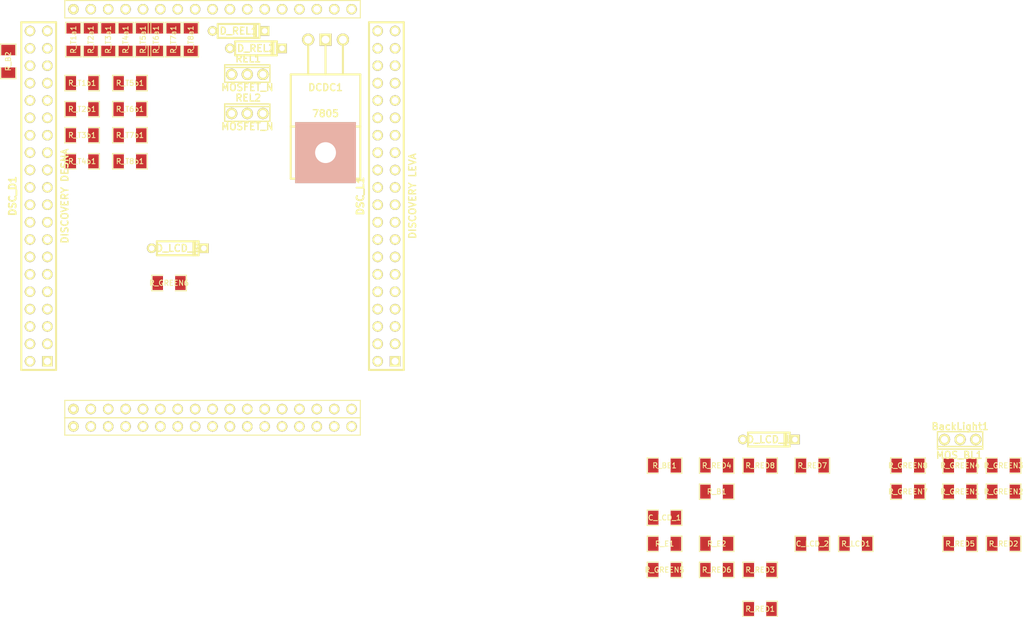
<source format=kicad_pcb>
(kicad_pcb (version 3) (host pcbnew "(2013-may-18)-stable")

  (general
    (links 97)
    (no_connects 97)
    (area 113.410999 110.236 264.054166 202.819001)
    (thickness 1.6)
    (drawings 0)
    (tracks 0)
    (zones 0)
    (modules 53)
    (nets 16)
  )

  (page A3)
  (title_block 
    (title Vinokuh)
    (rev 1)
    (company "Rok Rupnik && Ožbolt Menegatti")
  )

  (layers
    (15 F.Cu signal)
    (0 B.Cu signal)
    (16 B.Adhes user)
    (17 F.Adhes user)
    (18 B.Paste user)
    (19 F.Paste user)
    (20 B.SilkS user)
    (21 F.SilkS user)
    (22 B.Mask user)
    (23 F.Mask user)
    (24 Dwgs.User user)
    (25 Cmts.User user)
    (26 Eco1.User user)
    (27 Eco2.User user)
    (28 Edge.Cuts user)
  )

  (setup
    (last_trace_width 0.254)
    (trace_clearance 0.254)
    (zone_clearance 0.508)
    (zone_45_only no)
    (trace_min 0.254)
    (segment_width 0.2)
    (edge_width 0.1)
    (via_size 0.889)
    (via_drill 0.635)
    (via_min_size 0.889)
    (via_min_drill 0.508)
    (uvia_size 0.508)
    (uvia_drill 0.127)
    (uvias_allowed no)
    (uvia_min_size 0.508)
    (uvia_min_drill 0.127)
    (pcb_text_width 0.3)
    (pcb_text_size 1.5 1.5)
    (mod_edge_width 0.15)
    (mod_text_size 1 1)
    (mod_text_width 0.15)
    (pad_size 1.778 1.778)
    (pad_drill 1.143)
    (pad_to_mask_clearance 0)
    (aux_axis_origin 0 0)
    (visible_elements 7FFFFBBF)
    (pcbplotparams
      (layerselection 3178497)
      (usegerberextensions true)
      (excludeedgelayer true)
      (linewidth 0.150000)
      (plotframeref false)
      (viasonmask false)
      (mode 1)
      (useauxorigin false)
      (hpglpennumber 1)
      (hpglpenspeed 20)
      (hpglpendiameter 15)
      (hpglpenoverlay 2)
      (psnegative false)
      (psa4output false)
      (plotreference true)
      (plotvalue true)
      (plotothertext true)
      (plotinvisibletext false)
      (padsonsilk false)
      (subtractmaskfromsilk false)
      (outputformat 1)
      (mirror false)
      (drillshape 1)
      (scaleselection 1)
      (outputdirectory ""))
  )

  (net 0 "")
  (net 1 /3V)
  (net 2 /5V)
  (net 3 /P?)
  (net 4 /U1)
  (net 5 /U2)
  (net 6 /U3)
  (net 7 /U4)
  (net 8 /U5)
  (net 9 /U6)
  (net 10 /U7)
  (net 11 /U8)
  (net 12 /U?)
  (net 13 GND)
  (net 14 N-000002)
  (net 15 N-000003)

  (net_class Default "This is the default net class."
    (clearance 0.254)
    (trace_width 0.254)
    (via_dia 0.889)
    (via_drill 0.635)
    (uvia_dia 0.508)
    (uvia_drill 0.127)
    (add_net "")
    (add_net /3V)
    (add_net /5V)
    (add_net /P?)
    (add_net /U1)
    (add_net /U2)
    (add_net /U3)
    (add_net /U4)
    (add_net /U5)
    (add_net /U6)
    (add_net /U7)
    (add_net /U8)
    (add_net /U?)
    (add_net GND)
    (add_net N-000002)
    (add_net N-000003)
  )

  (module SM1206 (layer F.Cu) (tedit 42806E24) (tstamp 5245C331)
    (at 132.715 128.27)
    (path /524366EA)
    (attr smd)
    (fp_text reference R_T6b1 (at 0 0) (layer F.SilkS)
      (effects (font (size 0.762 0.762) (thickness 0.127)))
    )
    (fp_text value R (at 0 0) (layer F.SilkS) hide
      (effects (font (size 0.762 0.762) (thickness 0.127)))
    )
    (fp_line (start -2.54 -1.143) (end -2.54 1.143) (layer F.SilkS) (width 0.127))
    (fp_line (start -2.54 1.143) (end -0.889 1.143) (layer F.SilkS) (width 0.127))
    (fp_line (start 0.889 -1.143) (end 2.54 -1.143) (layer F.SilkS) (width 0.127))
    (fp_line (start 2.54 -1.143) (end 2.54 1.143) (layer F.SilkS) (width 0.127))
    (fp_line (start 2.54 1.143) (end 0.889 1.143) (layer F.SilkS) (width 0.127))
    (fp_line (start -0.889 -1.143) (end -2.54 -1.143) (layer F.SilkS) (width 0.127))
    (pad 1 smd rect (at -1.651 0) (size 1.524 2.032)
      (layers F.Cu F.Paste F.Mask)
      (net 3 /P?)
    )
    (pad 2 smd rect (at 1.651 0) (size 1.524 2.032)
      (layers F.Cu F.Paste F.Mask)
      (net 13 GND)
    )
    (model smd/chip_cms.wrl
      (at (xyz 0 0 0))
      (scale (xyz 0.17 0.16 0.16))
      (rotate (xyz 0 0 0))
    )
  )

  (module SM1206 (layer F.Cu) (tedit 42806E24) (tstamp 5245C33D)
    (at 260.35 184.15)
    (path /52436532)
    (attr smd)
    (fp_text reference R_GREEN2 (at 0 0) (layer F.SilkS)
      (effects (font (size 0.762 0.762) (thickness 0.127)))
    )
    (fp_text value R (at 0 0) (layer F.SilkS) hide
      (effects (font (size 0.762 0.762) (thickness 0.127)))
    )
    (fp_line (start -2.54 -1.143) (end -2.54 1.143) (layer F.SilkS) (width 0.127))
    (fp_line (start -2.54 1.143) (end -0.889 1.143) (layer F.SilkS) (width 0.127))
    (fp_line (start 0.889 -1.143) (end 2.54 -1.143) (layer F.SilkS) (width 0.127))
    (fp_line (start 2.54 -1.143) (end 2.54 1.143) (layer F.SilkS) (width 0.127))
    (fp_line (start 2.54 1.143) (end 0.889 1.143) (layer F.SilkS) (width 0.127))
    (fp_line (start -0.889 -1.143) (end -2.54 -1.143) (layer F.SilkS) (width 0.127))
    (pad 1 smd rect (at -1.651 0) (size 1.524 2.032)
      (layers F.Cu F.Paste F.Mask)
      (net 3 /P?)
    )
    (pad 2 smd rect (at 1.651 0) (size 1.524 2.032)
      (layers F.Cu F.Paste F.Mask)
      (net 3 /P?)
    )
    (model smd/chip_cms.wrl
      (at (xyz 0 0 0))
      (scale (xyz 0.17 0.16 0.16))
      (rotate (xyz 0 0 0))
    )
  )

  (module SM1206 (layer F.Cu) (tedit 42806E24) (tstamp 5245C349)
    (at 254 184.15)
    (path /52436538)
    (attr smd)
    (fp_text reference R_GREEN1 (at 0 0) (layer F.SilkS)
      (effects (font (size 0.762 0.762) (thickness 0.127)))
    )
    (fp_text value R (at 0 0) (layer F.SilkS) hide
      (effects (font (size 0.762 0.762) (thickness 0.127)))
    )
    (fp_line (start -2.54 -1.143) (end -2.54 1.143) (layer F.SilkS) (width 0.127))
    (fp_line (start -2.54 1.143) (end -0.889 1.143) (layer F.SilkS) (width 0.127))
    (fp_line (start 0.889 -1.143) (end 2.54 -1.143) (layer F.SilkS) (width 0.127))
    (fp_line (start 2.54 -1.143) (end 2.54 1.143) (layer F.SilkS) (width 0.127))
    (fp_line (start 2.54 1.143) (end 0.889 1.143) (layer F.SilkS) (width 0.127))
    (fp_line (start -0.889 -1.143) (end -2.54 -1.143) (layer F.SilkS) (width 0.127))
    (pad 1 smd rect (at -1.651 0) (size 1.524 2.032)
      (layers F.Cu F.Paste F.Mask)
      (net 3 /P?)
    )
    (pad 2 smd rect (at 1.651 0) (size 1.524 2.032)
      (layers F.Cu F.Paste F.Mask)
      (net 3 /P?)
    )
    (model smd/chip_cms.wrl
      (at (xyz 0 0 0))
      (scale (xyz 0.17 0.16 0.16))
      (rotate (xyz 0 0 0))
    )
  )

  (module SM1206 (layer F.Cu) (tedit 42806E24) (tstamp 5245C355)
    (at 246.38 184.15)
    (path /52436540)
    (attr smd)
    (fp_text reference R_GREEN7 (at 0 0) (layer F.SilkS)
      (effects (font (size 0.762 0.762) (thickness 0.127)))
    )
    (fp_text value R (at 0 0) (layer F.SilkS) hide
      (effects (font (size 0.762 0.762) (thickness 0.127)))
    )
    (fp_line (start -2.54 -1.143) (end -2.54 1.143) (layer F.SilkS) (width 0.127))
    (fp_line (start -2.54 1.143) (end -0.889 1.143) (layer F.SilkS) (width 0.127))
    (fp_line (start 0.889 -1.143) (end 2.54 -1.143) (layer F.SilkS) (width 0.127))
    (fp_line (start 2.54 -1.143) (end 2.54 1.143) (layer F.SilkS) (width 0.127))
    (fp_line (start 2.54 1.143) (end 0.889 1.143) (layer F.SilkS) (width 0.127))
    (fp_line (start -0.889 -1.143) (end -2.54 -1.143) (layer F.SilkS) (width 0.127))
    (pad 1 smd rect (at -1.651 0) (size 1.524 2.032)
      (layers F.Cu F.Paste F.Mask)
      (net 3 /P?)
    )
    (pad 2 smd rect (at 1.651 0) (size 1.524 2.032)
      (layers F.Cu F.Paste F.Mask)
      (net 3 /P?)
    )
    (model smd/chip_cms.wrl
      (at (xyz 0 0 0))
      (scale (xyz 0.17 0.16 0.16))
      (rotate (xyz 0 0 0))
    )
  )

  (module SM1206 (layer F.Cu) (tedit 42806E24) (tstamp 5245C361)
    (at 125.73 128.27)
    (path /524366BA)
    (attr smd)
    (fp_text reference R_T2b1 (at 0 0) (layer F.SilkS)
      (effects (font (size 0.762 0.762) (thickness 0.127)))
    )
    (fp_text value R (at 0 0) (layer F.SilkS) hide
      (effects (font (size 0.762 0.762) (thickness 0.127)))
    )
    (fp_line (start -2.54 -1.143) (end -2.54 1.143) (layer F.SilkS) (width 0.127))
    (fp_line (start -2.54 1.143) (end -0.889 1.143) (layer F.SilkS) (width 0.127))
    (fp_line (start 0.889 -1.143) (end 2.54 -1.143) (layer F.SilkS) (width 0.127))
    (fp_line (start 2.54 -1.143) (end 2.54 1.143) (layer F.SilkS) (width 0.127))
    (fp_line (start 2.54 1.143) (end 0.889 1.143) (layer F.SilkS) (width 0.127))
    (fp_line (start -0.889 -1.143) (end -2.54 -1.143) (layer F.SilkS) (width 0.127))
    (pad 1 smd rect (at -1.651 0) (size 1.524 2.032)
      (layers F.Cu F.Paste F.Mask)
      (net 3 /P?)
    )
    (pad 2 smd rect (at 1.651 0) (size 1.524 2.032)
      (layers F.Cu F.Paste F.Mask)
      (net 13 GND)
    )
    (model smd/chip_cms.wrl
      (at (xyz 0 0 0))
      (scale (xyz 0.17 0.16 0.16))
      (rotate (xyz 0 0 0))
    )
  )

  (module SM1206 (layer F.Cu) (tedit 42806E24) (tstamp 5245C36D)
    (at 127 118.11 270)
    (path /524366C0)
    (attr smd)
    (fp_text reference R_T2a1 (at 0 0 270) (layer F.SilkS)
      (effects (font (size 0.762 0.762) (thickness 0.127)))
    )
    (fp_text value R (at 0 0 270) (layer F.SilkS) hide
      (effects (font (size 0.762 0.762) (thickness 0.127)))
    )
    (fp_line (start -2.54 -1.143) (end -2.54 1.143) (layer F.SilkS) (width 0.127))
    (fp_line (start -2.54 1.143) (end -0.889 1.143) (layer F.SilkS) (width 0.127))
    (fp_line (start 0.889 -1.143) (end 2.54 -1.143) (layer F.SilkS) (width 0.127))
    (fp_line (start 2.54 -1.143) (end 2.54 1.143) (layer F.SilkS) (width 0.127))
    (fp_line (start 2.54 1.143) (end 0.889 1.143) (layer F.SilkS) (width 0.127))
    (fp_line (start -0.889 -1.143) (end -2.54 -1.143) (layer F.SilkS) (width 0.127))
    (pad 1 smd rect (at -1.651 0 270) (size 1.524 2.032)
      (layers F.Cu F.Paste F.Mask)
      (net 5 /U2)
    )
    (pad 2 smd rect (at 1.651 0 270) (size 1.524 2.032)
      (layers F.Cu F.Paste F.Mask)
      (net 3 /P?)
    )
    (model smd/chip_cms.wrl
      (at (xyz 0 0 0))
      (scale (xyz 0.17 0.16 0.16))
      (rotate (xyz 0 0 0))
    )
  )

  (module SM1206 (layer F.Cu) (tedit 42806E24) (tstamp 5245C379)
    (at 125.73 132.08)
    (path /524366C6)
    (attr smd)
    (fp_text reference R_T3b1 (at 0 0) (layer F.SilkS)
      (effects (font (size 0.762 0.762) (thickness 0.127)))
    )
    (fp_text value R (at 0 0) (layer F.SilkS) hide
      (effects (font (size 0.762 0.762) (thickness 0.127)))
    )
    (fp_line (start -2.54 -1.143) (end -2.54 1.143) (layer F.SilkS) (width 0.127))
    (fp_line (start -2.54 1.143) (end -0.889 1.143) (layer F.SilkS) (width 0.127))
    (fp_line (start 0.889 -1.143) (end 2.54 -1.143) (layer F.SilkS) (width 0.127))
    (fp_line (start 2.54 -1.143) (end 2.54 1.143) (layer F.SilkS) (width 0.127))
    (fp_line (start 2.54 1.143) (end 0.889 1.143) (layer F.SilkS) (width 0.127))
    (fp_line (start -0.889 -1.143) (end -2.54 -1.143) (layer F.SilkS) (width 0.127))
    (pad 1 smd rect (at -1.651 0) (size 1.524 2.032)
      (layers F.Cu F.Paste F.Mask)
      (net 3 /P?)
    )
    (pad 2 smd rect (at 1.651 0) (size 1.524 2.032)
      (layers F.Cu F.Paste F.Mask)
      (net 13 GND)
    )
    (model smd/chip_cms.wrl
      (at (xyz 0 0 0))
      (scale (xyz 0.17 0.16 0.16))
      (rotate (xyz 0 0 0))
    )
  )

  (module SM1206 (layer F.Cu) (tedit 42806E24) (tstamp 5245C385)
    (at 129.54 118.11 270)
    (path /524366CC)
    (attr smd)
    (fp_text reference R_T3a1 (at 0 0 270) (layer F.SilkS)
      (effects (font (size 0.762 0.762) (thickness 0.127)))
    )
    (fp_text value R (at 0 0 270) (layer F.SilkS) hide
      (effects (font (size 0.762 0.762) (thickness 0.127)))
    )
    (fp_line (start -2.54 -1.143) (end -2.54 1.143) (layer F.SilkS) (width 0.127))
    (fp_line (start -2.54 1.143) (end -0.889 1.143) (layer F.SilkS) (width 0.127))
    (fp_line (start 0.889 -1.143) (end 2.54 -1.143) (layer F.SilkS) (width 0.127))
    (fp_line (start 2.54 -1.143) (end 2.54 1.143) (layer F.SilkS) (width 0.127))
    (fp_line (start 2.54 1.143) (end 0.889 1.143) (layer F.SilkS) (width 0.127))
    (fp_line (start -0.889 -1.143) (end -2.54 -1.143) (layer F.SilkS) (width 0.127))
    (pad 1 smd rect (at -1.651 0 270) (size 1.524 2.032)
      (layers F.Cu F.Paste F.Mask)
      (net 6 /U3)
    )
    (pad 2 smd rect (at 1.651 0 270) (size 1.524 2.032)
      (layers F.Cu F.Paste F.Mask)
      (net 3 /P?)
    )
    (model smd/chip_cms.wrl
      (at (xyz 0 0 0))
      (scale (xyz 0.17 0.16 0.16))
      (rotate (xyz 0 0 0))
    )
  )

  (module SM1206 (layer F.Cu) (tedit 42806E24) (tstamp 5245C391)
    (at 125.73 135.89)
    (path /524366D2)
    (attr smd)
    (fp_text reference R_T4b1 (at 0 0) (layer F.SilkS)
      (effects (font (size 0.762 0.762) (thickness 0.127)))
    )
    (fp_text value R (at 0 0) (layer F.SilkS) hide
      (effects (font (size 0.762 0.762) (thickness 0.127)))
    )
    (fp_line (start -2.54 -1.143) (end -2.54 1.143) (layer F.SilkS) (width 0.127))
    (fp_line (start -2.54 1.143) (end -0.889 1.143) (layer F.SilkS) (width 0.127))
    (fp_line (start 0.889 -1.143) (end 2.54 -1.143) (layer F.SilkS) (width 0.127))
    (fp_line (start 2.54 -1.143) (end 2.54 1.143) (layer F.SilkS) (width 0.127))
    (fp_line (start 2.54 1.143) (end 0.889 1.143) (layer F.SilkS) (width 0.127))
    (fp_line (start -0.889 -1.143) (end -2.54 -1.143) (layer F.SilkS) (width 0.127))
    (pad 1 smd rect (at -1.651 0) (size 1.524 2.032)
      (layers F.Cu F.Paste F.Mask)
      (net 3 /P?)
    )
    (pad 2 smd rect (at 1.651 0) (size 1.524 2.032)
      (layers F.Cu F.Paste F.Mask)
      (net 13 GND)
    )
    (model smd/chip_cms.wrl
      (at (xyz 0 0 0))
      (scale (xyz 0.17 0.16 0.16))
      (rotate (xyz 0 0 0))
    )
  )

  (module SM1206 (layer F.Cu) (tedit 42806E24) (tstamp 5245C39D)
    (at 132.08 118.11 270)
    (path /524366D8)
    (attr smd)
    (fp_text reference R_T4a1 (at 0 0 270) (layer F.SilkS)
      (effects (font (size 0.762 0.762) (thickness 0.127)))
    )
    (fp_text value R (at 0 0 270) (layer F.SilkS) hide
      (effects (font (size 0.762 0.762) (thickness 0.127)))
    )
    (fp_line (start -2.54 -1.143) (end -2.54 1.143) (layer F.SilkS) (width 0.127))
    (fp_line (start -2.54 1.143) (end -0.889 1.143) (layer F.SilkS) (width 0.127))
    (fp_line (start 0.889 -1.143) (end 2.54 -1.143) (layer F.SilkS) (width 0.127))
    (fp_line (start 2.54 -1.143) (end 2.54 1.143) (layer F.SilkS) (width 0.127))
    (fp_line (start 2.54 1.143) (end 0.889 1.143) (layer F.SilkS) (width 0.127))
    (fp_line (start -0.889 -1.143) (end -2.54 -1.143) (layer F.SilkS) (width 0.127))
    (pad 1 smd rect (at -1.651 0 270) (size 1.524 2.032)
      (layers F.Cu F.Paste F.Mask)
      (net 7 /U4)
    )
    (pad 2 smd rect (at 1.651 0 270) (size 1.524 2.032)
      (layers F.Cu F.Paste F.Mask)
      (net 3 /P?)
    )
    (model smd/chip_cms.wrl
      (at (xyz 0 0 0))
      (scale (xyz 0.17 0.16 0.16))
      (rotate (xyz 0 0 0))
    )
  )

  (module SM1206 (layer F.Cu) (tedit 42806E24) (tstamp 5245C3A9)
    (at 132.715 124.46)
    (path /524366DE)
    (attr smd)
    (fp_text reference R_T5b1 (at 0 0) (layer F.SilkS)
      (effects (font (size 0.762 0.762) (thickness 0.127)))
    )
    (fp_text value R (at 0 0) (layer F.SilkS) hide
      (effects (font (size 0.762 0.762) (thickness 0.127)))
    )
    (fp_line (start -2.54 -1.143) (end -2.54 1.143) (layer F.SilkS) (width 0.127))
    (fp_line (start -2.54 1.143) (end -0.889 1.143) (layer F.SilkS) (width 0.127))
    (fp_line (start 0.889 -1.143) (end 2.54 -1.143) (layer F.SilkS) (width 0.127))
    (fp_line (start 2.54 -1.143) (end 2.54 1.143) (layer F.SilkS) (width 0.127))
    (fp_line (start 2.54 1.143) (end 0.889 1.143) (layer F.SilkS) (width 0.127))
    (fp_line (start -0.889 -1.143) (end -2.54 -1.143) (layer F.SilkS) (width 0.127))
    (pad 1 smd rect (at -1.651 0) (size 1.524 2.032)
      (layers F.Cu F.Paste F.Mask)
      (net 3 /P?)
    )
    (pad 2 smd rect (at 1.651 0) (size 1.524 2.032)
      (layers F.Cu F.Paste F.Mask)
      (net 13 GND)
    )
    (model smd/chip_cms.wrl
      (at (xyz 0 0 0))
      (scale (xyz 0.17 0.16 0.16))
      (rotate (xyz 0 0 0))
    )
  )

  (module SM1206 (layer F.Cu) (tedit 42806E24) (tstamp 5245C3B5)
    (at 134.62 118.11 270)
    (path /524366E4)
    (attr smd)
    (fp_text reference R_T5a1 (at 0 0 270) (layer F.SilkS)
      (effects (font (size 0.762 0.762) (thickness 0.127)))
    )
    (fp_text value R (at 0 0 270) (layer F.SilkS) hide
      (effects (font (size 0.762 0.762) (thickness 0.127)))
    )
    (fp_line (start -2.54 -1.143) (end -2.54 1.143) (layer F.SilkS) (width 0.127))
    (fp_line (start -2.54 1.143) (end -0.889 1.143) (layer F.SilkS) (width 0.127))
    (fp_line (start 0.889 -1.143) (end 2.54 -1.143) (layer F.SilkS) (width 0.127))
    (fp_line (start 2.54 -1.143) (end 2.54 1.143) (layer F.SilkS) (width 0.127))
    (fp_line (start 2.54 1.143) (end 0.889 1.143) (layer F.SilkS) (width 0.127))
    (fp_line (start -0.889 -1.143) (end -2.54 -1.143) (layer F.SilkS) (width 0.127))
    (pad 1 smd rect (at -1.651 0 270) (size 1.524 2.032)
      (layers F.Cu F.Paste F.Mask)
      (net 8 /U5)
    )
    (pad 2 smd rect (at 1.651 0 270) (size 1.524 2.032)
      (layers F.Cu F.Paste F.Mask)
      (net 3 /P?)
    )
    (model smd/chip_cms.wrl
      (at (xyz 0 0 0))
      (scale (xyz 0.17 0.16 0.16))
      (rotate (xyz 0 0 0))
    )
  )

  (module SM1206 (layer F.Cu) (tedit 42806E24) (tstamp 5245C3C1)
    (at 125.73 124.46)
    (path /524322ED)
    (attr smd)
    (fp_text reference R_T1b1 (at 0 0) (layer F.SilkS)
      (effects (font (size 0.762 0.762) (thickness 0.127)))
    )
    (fp_text value R (at 0 0) (layer F.SilkS) hide
      (effects (font (size 0.762 0.762) (thickness 0.127)))
    )
    (fp_line (start -2.54 -1.143) (end -2.54 1.143) (layer F.SilkS) (width 0.127))
    (fp_line (start -2.54 1.143) (end -0.889 1.143) (layer F.SilkS) (width 0.127))
    (fp_line (start 0.889 -1.143) (end 2.54 -1.143) (layer F.SilkS) (width 0.127))
    (fp_line (start 2.54 -1.143) (end 2.54 1.143) (layer F.SilkS) (width 0.127))
    (fp_line (start 2.54 1.143) (end 0.889 1.143) (layer F.SilkS) (width 0.127))
    (fp_line (start -0.889 -1.143) (end -2.54 -1.143) (layer F.SilkS) (width 0.127))
    (pad 1 smd rect (at -1.651 0) (size 1.524 2.032)
      (layers F.Cu F.Paste F.Mask)
      (net 3 /P?)
    )
    (pad 2 smd rect (at 1.651 0) (size 1.524 2.032)
      (layers F.Cu F.Paste F.Mask)
      (net 13 GND)
    )
    (model smd/chip_cms.wrl
      (at (xyz 0 0 0))
      (scale (xyz 0.17 0.16 0.16))
      (rotate (xyz 0 0 0))
    )
  )

  (module SM1206 (layer F.Cu) (tedit 42806E24) (tstamp 5245C3CD)
    (at 136.525 118.11 270)
    (path /524366F0)
    (attr smd)
    (fp_text reference R_T6a1 (at 0 0 270) (layer F.SilkS)
      (effects (font (size 0.762 0.762) (thickness 0.127)))
    )
    (fp_text value R (at 0 0 270) (layer F.SilkS) hide
      (effects (font (size 0.762 0.762) (thickness 0.127)))
    )
    (fp_line (start -2.54 -1.143) (end -2.54 1.143) (layer F.SilkS) (width 0.127))
    (fp_line (start -2.54 1.143) (end -0.889 1.143) (layer F.SilkS) (width 0.127))
    (fp_line (start 0.889 -1.143) (end 2.54 -1.143) (layer F.SilkS) (width 0.127))
    (fp_line (start 2.54 -1.143) (end 2.54 1.143) (layer F.SilkS) (width 0.127))
    (fp_line (start 2.54 1.143) (end 0.889 1.143) (layer F.SilkS) (width 0.127))
    (fp_line (start -0.889 -1.143) (end -2.54 -1.143) (layer F.SilkS) (width 0.127))
    (pad 1 smd rect (at -1.651 0 270) (size 1.524 2.032)
      (layers F.Cu F.Paste F.Mask)
      (net 9 /U6)
    )
    (pad 2 smd rect (at 1.651 0 270) (size 1.524 2.032)
      (layers F.Cu F.Paste F.Mask)
      (net 3 /P?)
    )
    (model smd/chip_cms.wrl
      (at (xyz 0 0 0))
      (scale (xyz 0.17 0.16 0.16))
      (rotate (xyz 0 0 0))
    )
  )

  (module SM1206 (layer F.Cu) (tedit 42806E24) (tstamp 5245C3D9)
    (at 132.715 132.08)
    (path /524366F6)
    (attr smd)
    (fp_text reference R_T7b1 (at 0 0) (layer F.SilkS)
      (effects (font (size 0.762 0.762) (thickness 0.127)))
    )
    (fp_text value R (at 0 0) (layer F.SilkS) hide
      (effects (font (size 0.762 0.762) (thickness 0.127)))
    )
    (fp_line (start -2.54 -1.143) (end -2.54 1.143) (layer F.SilkS) (width 0.127))
    (fp_line (start -2.54 1.143) (end -0.889 1.143) (layer F.SilkS) (width 0.127))
    (fp_line (start 0.889 -1.143) (end 2.54 -1.143) (layer F.SilkS) (width 0.127))
    (fp_line (start 2.54 -1.143) (end 2.54 1.143) (layer F.SilkS) (width 0.127))
    (fp_line (start 2.54 1.143) (end 0.889 1.143) (layer F.SilkS) (width 0.127))
    (fp_line (start -0.889 -1.143) (end -2.54 -1.143) (layer F.SilkS) (width 0.127))
    (pad 1 smd rect (at -1.651 0) (size 1.524 2.032)
      (layers F.Cu F.Paste F.Mask)
      (net 3 /P?)
    )
    (pad 2 smd rect (at 1.651 0) (size 1.524 2.032)
      (layers F.Cu F.Paste F.Mask)
      (net 13 GND)
    )
    (model smd/chip_cms.wrl
      (at (xyz 0 0 0))
      (scale (xyz 0.17 0.16 0.16))
      (rotate (xyz 0 0 0))
    )
  )

  (module SM1206 (layer F.Cu) (tedit 42806E24) (tstamp 5245C3E5)
    (at 139.065 118.11 270)
    (path /524366FC)
    (attr smd)
    (fp_text reference R_T7a1 (at 0 0 270) (layer F.SilkS)
      (effects (font (size 0.762 0.762) (thickness 0.127)))
    )
    (fp_text value R (at 0 0 270) (layer F.SilkS) hide
      (effects (font (size 0.762 0.762) (thickness 0.127)))
    )
    (fp_line (start -2.54 -1.143) (end -2.54 1.143) (layer F.SilkS) (width 0.127))
    (fp_line (start -2.54 1.143) (end -0.889 1.143) (layer F.SilkS) (width 0.127))
    (fp_line (start 0.889 -1.143) (end 2.54 -1.143) (layer F.SilkS) (width 0.127))
    (fp_line (start 2.54 -1.143) (end 2.54 1.143) (layer F.SilkS) (width 0.127))
    (fp_line (start 2.54 1.143) (end 0.889 1.143) (layer F.SilkS) (width 0.127))
    (fp_line (start -0.889 -1.143) (end -2.54 -1.143) (layer F.SilkS) (width 0.127))
    (pad 1 smd rect (at -1.651 0 270) (size 1.524 2.032)
      (layers F.Cu F.Paste F.Mask)
      (net 10 /U7)
    )
    (pad 2 smd rect (at 1.651 0 270) (size 1.524 2.032)
      (layers F.Cu F.Paste F.Mask)
      (net 3 /P?)
    )
    (model smd/chip_cms.wrl
      (at (xyz 0 0 0))
      (scale (xyz 0.17 0.16 0.16))
      (rotate (xyz 0 0 0))
    )
  )

  (module SM1206 (layer F.Cu) (tedit 42806E24) (tstamp 5245C3F1)
    (at 132.715 135.89)
    (path /52436702)
    (attr smd)
    (fp_text reference R_T8b1 (at 0 0) (layer F.SilkS)
      (effects (font (size 0.762 0.762) (thickness 0.127)))
    )
    (fp_text value R (at 0 0) (layer F.SilkS) hide
      (effects (font (size 0.762 0.762) (thickness 0.127)))
    )
    (fp_line (start -2.54 -1.143) (end -2.54 1.143) (layer F.SilkS) (width 0.127))
    (fp_line (start -2.54 1.143) (end -0.889 1.143) (layer F.SilkS) (width 0.127))
    (fp_line (start 0.889 -1.143) (end 2.54 -1.143) (layer F.SilkS) (width 0.127))
    (fp_line (start 2.54 -1.143) (end 2.54 1.143) (layer F.SilkS) (width 0.127))
    (fp_line (start 2.54 1.143) (end 0.889 1.143) (layer F.SilkS) (width 0.127))
    (fp_line (start -0.889 -1.143) (end -2.54 -1.143) (layer F.SilkS) (width 0.127))
    (pad 1 smd rect (at -1.651 0) (size 1.524 2.032)
      (layers F.Cu F.Paste F.Mask)
      (net 3 /P?)
    )
    (pad 2 smd rect (at 1.651 0) (size 1.524 2.032)
      (layers F.Cu F.Paste F.Mask)
      (net 13 GND)
    )
    (model smd/chip_cms.wrl
      (at (xyz 0 0 0))
      (scale (xyz 0.17 0.16 0.16))
      (rotate (xyz 0 0 0))
    )
  )

  (module SM1206 (layer F.Cu) (tedit 42806E24) (tstamp 5245C3FD)
    (at 141.605 118.11 270)
    (path /52436708)
    (attr smd)
    (fp_text reference R_T8a1 (at 0 0 270) (layer F.SilkS)
      (effects (font (size 0.762 0.762) (thickness 0.127)))
    )
    (fp_text value R (at 0 0 270) (layer F.SilkS) hide
      (effects (font (size 0.762 0.762) (thickness 0.127)))
    )
    (fp_line (start -2.54 -1.143) (end -2.54 1.143) (layer F.SilkS) (width 0.127))
    (fp_line (start -2.54 1.143) (end -0.889 1.143) (layer F.SilkS) (width 0.127))
    (fp_line (start 0.889 -1.143) (end 2.54 -1.143) (layer F.SilkS) (width 0.127))
    (fp_line (start 2.54 -1.143) (end 2.54 1.143) (layer F.SilkS) (width 0.127))
    (fp_line (start 2.54 1.143) (end 0.889 1.143) (layer F.SilkS) (width 0.127))
    (fp_line (start -0.889 -1.143) (end -2.54 -1.143) (layer F.SilkS) (width 0.127))
    (pad 1 smd rect (at -1.651 0 270) (size 1.524 2.032)
      (layers F.Cu F.Paste F.Mask)
      (net 11 /U8)
    )
    (pad 2 smd rect (at 1.651 0 270) (size 1.524 2.032)
      (layers F.Cu F.Paste F.Mask)
      (net 3 /P?)
    )
    (model smd/chip_cms.wrl
      (at (xyz 0 0 0))
      (scale (xyz 0.17 0.16 0.16))
      (rotate (xyz 0 0 0))
    )
  )

  (module SM1206 (layer F.Cu) (tedit 42806E24) (tstamp 5245C409)
    (at 210.82 191.77)
    (path /52437BC1)
    (attr smd)
    (fp_text reference R_E1 (at 0 0) (layer F.SilkS)
      (effects (font (size 0.762 0.762) (thickness 0.127)))
    )
    (fp_text value R (at 0 0) (layer F.SilkS) hide
      (effects (font (size 0.762 0.762) (thickness 0.127)))
    )
    (fp_line (start -2.54 -1.143) (end -2.54 1.143) (layer F.SilkS) (width 0.127))
    (fp_line (start -2.54 1.143) (end -0.889 1.143) (layer F.SilkS) (width 0.127))
    (fp_line (start 0.889 -1.143) (end 2.54 -1.143) (layer F.SilkS) (width 0.127))
    (fp_line (start 2.54 -1.143) (end 2.54 1.143) (layer F.SilkS) (width 0.127))
    (fp_line (start 2.54 1.143) (end 0.889 1.143) (layer F.SilkS) (width 0.127))
    (fp_line (start -0.889 -1.143) (end -2.54 -1.143) (layer F.SilkS) (width 0.127))
    (pad 1 smd rect (at -1.651 0) (size 1.524 2.032)
      (layers F.Cu F.Paste F.Mask)
      (net 3 /P?)
    )
    (pad 2 smd rect (at 1.651 0) (size 1.524 2.032)
      (layers F.Cu F.Paste F.Mask)
      (net 2 /5V)
    )
    (model smd/chip_cms.wrl
      (at (xyz 0 0 0))
      (scale (xyz 0.17 0.16 0.16))
      (rotate (xyz 0 0 0))
    )
  )

  (module SM1206 (layer F.Cu) (tedit 42806E24) (tstamp 5245C415)
    (at 218.44 191.77)
    (path /52437BC7)
    (attr smd)
    (fp_text reference R_E2 (at 0 0) (layer F.SilkS)
      (effects (font (size 0.762 0.762) (thickness 0.127)))
    )
    (fp_text value R (at 0 0) (layer F.SilkS) hide
      (effects (font (size 0.762 0.762) (thickness 0.127)))
    )
    (fp_line (start -2.54 -1.143) (end -2.54 1.143) (layer F.SilkS) (width 0.127))
    (fp_line (start -2.54 1.143) (end -0.889 1.143) (layer F.SilkS) (width 0.127))
    (fp_line (start 0.889 -1.143) (end 2.54 -1.143) (layer F.SilkS) (width 0.127))
    (fp_line (start 2.54 -1.143) (end 2.54 1.143) (layer F.SilkS) (width 0.127))
    (fp_line (start 2.54 1.143) (end 0.889 1.143) (layer F.SilkS) (width 0.127))
    (fp_line (start -0.889 -1.143) (end -2.54 -1.143) (layer F.SilkS) (width 0.127))
    (pad 1 smd rect (at -1.651 0) (size 1.524 2.032)
      (layers F.Cu F.Paste F.Mask)
      (net 3 /P?)
    )
    (pad 2 smd rect (at 1.651 0) (size 1.524 2.032)
      (layers F.Cu F.Paste F.Mask)
      (net 2 /5V)
    )
    (model smd/chip_cms.wrl
      (at (xyz 0 0 0))
      (scale (xyz 0.17 0.16 0.16))
      (rotate (xyz 0 0 0))
    )
  )

  (module SM1206 (layer F.Cu) (tedit 42806E24) (tstamp 5245C421)
    (at 210.82 187.96)
    (path /5245AF6D)
    (attr smd)
    (fp_text reference C_LCD_1 (at 0 0) (layer F.SilkS)
      (effects (font (size 0.762 0.762) (thickness 0.127)))
    )
    (fp_text value C (at 0 0) (layer F.SilkS) hide
      (effects (font (size 0.762 0.762) (thickness 0.127)))
    )
    (fp_line (start -2.54 -1.143) (end -2.54 1.143) (layer F.SilkS) (width 0.127))
    (fp_line (start -2.54 1.143) (end -0.889 1.143) (layer F.SilkS) (width 0.127))
    (fp_line (start 0.889 -1.143) (end 2.54 -1.143) (layer F.SilkS) (width 0.127))
    (fp_line (start 2.54 -1.143) (end 2.54 1.143) (layer F.SilkS) (width 0.127))
    (fp_line (start 2.54 1.143) (end 0.889 1.143) (layer F.SilkS) (width 0.127))
    (fp_line (start -0.889 -1.143) (end -2.54 -1.143) (layer F.SilkS) (width 0.127))
    (pad 1 smd rect (at -1.651 0) (size 1.524 2.032)
      (layers F.Cu F.Paste F.Mask)
    )
    (pad 2 smd rect (at 1.651 0) (size 1.524 2.032)
      (layers F.Cu F.Paste F.Mask)
      (net 3 /P?)
    )
    (model smd/chip_cms.wrl
      (at (xyz 0 0 0))
      (scale (xyz 0.17 0.16 0.16))
      (rotate (xyz 0 0 0))
    )
  )

  (module SM1206 (layer F.Cu) (tedit 42806E24) (tstamp 5245C42D)
    (at 232.41 191.77)
    (path /5245AF95)
    (attr smd)
    (fp_text reference C_LCD_2 (at 0 0) (layer F.SilkS)
      (effects (font (size 0.762 0.762) (thickness 0.127)))
    )
    (fp_text value C (at 0 0) (layer F.SilkS) hide
      (effects (font (size 0.762 0.762) (thickness 0.127)))
    )
    (fp_line (start -2.54 -1.143) (end -2.54 1.143) (layer F.SilkS) (width 0.127))
    (fp_line (start -2.54 1.143) (end -0.889 1.143) (layer F.SilkS) (width 0.127))
    (fp_line (start 0.889 -1.143) (end 2.54 -1.143) (layer F.SilkS) (width 0.127))
    (fp_line (start 2.54 -1.143) (end 2.54 1.143) (layer F.SilkS) (width 0.127))
    (fp_line (start 2.54 1.143) (end 0.889 1.143) (layer F.SilkS) (width 0.127))
    (fp_line (start -0.889 -1.143) (end -2.54 -1.143) (layer F.SilkS) (width 0.127))
    (pad 1 smd rect (at -1.651 0) (size 1.524 2.032)
      (layers F.Cu F.Paste F.Mask)
      (net 15 N-000003)
    )
    (pad 2 smd rect (at 1.651 0) (size 1.524 2.032)
      (layers F.Cu F.Paste F.Mask)
      (net 13 GND)
    )
    (model smd/chip_cms.wrl
      (at (xyz 0 0 0))
      (scale (xyz 0.17 0.16 0.16))
      (rotate (xyz 0 0 0))
    )
  )

  (module SM1206 (layer F.Cu) (tedit 42806E24) (tstamp 5245C439)
    (at 238.76 191.77)
    (path /5245B8D9)
    (attr smd)
    (fp_text reference R_LCD1 (at 0 0) (layer F.SilkS)
      (effects (font (size 0.762 0.762) (thickness 0.127)))
    )
    (fp_text value R (at 0 0) (layer F.SilkS) hide
      (effects (font (size 0.762 0.762) (thickness 0.127)))
    )
    (fp_line (start -2.54 -1.143) (end -2.54 1.143) (layer F.SilkS) (width 0.127))
    (fp_line (start -2.54 1.143) (end -0.889 1.143) (layer F.SilkS) (width 0.127))
    (fp_line (start 0.889 -1.143) (end 2.54 -1.143) (layer F.SilkS) (width 0.127))
    (fp_line (start 2.54 -1.143) (end 2.54 1.143) (layer F.SilkS) (width 0.127))
    (fp_line (start 2.54 1.143) (end 0.889 1.143) (layer F.SilkS) (width 0.127))
    (fp_line (start -0.889 -1.143) (end -2.54 -1.143) (layer F.SilkS) (width 0.127))
    (pad 1 smd rect (at -1.651 0) (size 1.524 2.032)
      (layers F.Cu F.Paste F.Mask)
      (net 15 N-000003)
    )
    (pad 2 smd rect (at 1.651 0) (size 1.524 2.032)
      (layers F.Cu F.Paste F.Mask)
      (net 12 /U?)
    )
    (model smd/chip_cms.wrl
      (at (xyz 0 0 0))
      (scale (xyz 0.17 0.16 0.16))
      (rotate (xyz 0 0 0))
    )
  )

  (module SM1206 (layer F.Cu) (tedit 42806E24) (tstamp 5245C445)
    (at 114.935 121.285 90)
    (path /52433586)
    (attr smd)
    (fp_text reference R_B2 (at 0 0 90) (layer F.SilkS)
      (effects (font (size 0.762 0.762) (thickness 0.127)))
    )
    (fp_text value R (at 0 0 90) (layer F.SilkS) hide
      (effects (font (size 0.762 0.762) (thickness 0.127)))
    )
    (fp_line (start -2.54 -1.143) (end -2.54 1.143) (layer F.SilkS) (width 0.127))
    (fp_line (start -2.54 1.143) (end -0.889 1.143) (layer F.SilkS) (width 0.127))
    (fp_line (start 0.889 -1.143) (end 2.54 -1.143) (layer F.SilkS) (width 0.127))
    (fp_line (start 2.54 -1.143) (end 2.54 1.143) (layer F.SilkS) (width 0.127))
    (fp_line (start 2.54 1.143) (end 0.889 1.143) (layer F.SilkS) (width 0.127))
    (fp_line (start -0.889 -1.143) (end -2.54 -1.143) (layer F.SilkS) (width 0.127))
    (pad 1 smd rect (at -1.651 0 90) (size 1.524 2.032)
      (layers F.Cu F.Paste F.Mask)
      (net 3 /P?)
    )
    (pad 2 smd rect (at 1.651 0 90) (size 1.524 2.032)
      (layers F.Cu F.Paste F.Mask)
      (net 13 GND)
    )
    (model smd/chip_cms.wrl
      (at (xyz 0 0 0))
      (scale (xyz 0.17 0.16 0.16))
      (rotate (xyz 0 0 0))
    )
  )

  (module SM1206 (layer F.Cu) (tedit 42806E24) (tstamp 5245C451)
    (at 254 191.77)
    (path /524322FC)
    (attr smd)
    (fp_text reference R_RED5 (at 0 0) (layer F.SilkS)
      (effects (font (size 0.762 0.762) (thickness 0.127)))
    )
    (fp_text value R (at 0 0) (layer F.SilkS) hide
      (effects (font (size 0.762 0.762) (thickness 0.127)))
    )
    (fp_line (start -2.54 -1.143) (end -2.54 1.143) (layer F.SilkS) (width 0.127))
    (fp_line (start -2.54 1.143) (end -0.889 1.143) (layer F.SilkS) (width 0.127))
    (fp_line (start 0.889 -1.143) (end 2.54 -1.143) (layer F.SilkS) (width 0.127))
    (fp_line (start 2.54 -1.143) (end 2.54 1.143) (layer F.SilkS) (width 0.127))
    (fp_line (start 2.54 1.143) (end 0.889 1.143) (layer F.SilkS) (width 0.127))
    (fp_line (start -0.889 -1.143) (end -2.54 -1.143) (layer F.SilkS) (width 0.127))
    (pad 1 smd rect (at -1.651 0) (size 1.524 2.032)
      (layers F.Cu F.Paste F.Mask)
      (net 3 /P?)
    )
    (pad 2 smd rect (at 1.651 0) (size 1.524 2.032)
      (layers F.Cu F.Paste F.Mask)
      (net 3 /P?)
    )
    (model smd/chip_cms.wrl
      (at (xyz 0 0 0))
      (scale (xyz 0.17 0.16 0.16))
      (rotate (xyz 0 0 0))
    )
  )

  (module SM1206 (layer F.Cu) (tedit 42806E24) (tstamp 5245C45D)
    (at 260.35 191.77)
    (path /524322FD)
    (attr smd)
    (fp_text reference R_RED2 (at 0 0) (layer F.SilkS)
      (effects (font (size 0.762 0.762) (thickness 0.127)))
    )
    (fp_text value R (at 0 0) (layer F.SilkS) hide
      (effects (font (size 0.762 0.762) (thickness 0.127)))
    )
    (fp_line (start -2.54 -1.143) (end -2.54 1.143) (layer F.SilkS) (width 0.127))
    (fp_line (start -2.54 1.143) (end -0.889 1.143) (layer F.SilkS) (width 0.127))
    (fp_line (start 0.889 -1.143) (end 2.54 -1.143) (layer F.SilkS) (width 0.127))
    (fp_line (start 2.54 -1.143) (end 2.54 1.143) (layer F.SilkS) (width 0.127))
    (fp_line (start 2.54 1.143) (end 0.889 1.143) (layer F.SilkS) (width 0.127))
    (fp_line (start -0.889 -1.143) (end -2.54 -1.143) (layer F.SilkS) (width 0.127))
    (pad 1 smd rect (at -1.651 0) (size 1.524 2.032)
      (layers F.Cu F.Paste F.Mask)
      (net 3 /P?)
    )
    (pad 2 smd rect (at 1.651 0) (size 1.524 2.032)
      (layers F.Cu F.Paste F.Mask)
      (net 3 /P?)
    )
    (model smd/chip_cms.wrl
      (at (xyz 0 0 0))
      (scale (xyz 0.17 0.16 0.16))
      (rotate (xyz 0 0 0))
    )
  )

  (module SM1206 (layer F.Cu) (tedit 42806E24) (tstamp 5245C469)
    (at 224.79 201.295)
    (path /524322FE)
    (attr smd)
    (fp_text reference R_RED1 (at 0 0) (layer F.SilkS)
      (effects (font (size 0.762 0.762) (thickness 0.127)))
    )
    (fp_text value R (at 0 0) (layer F.SilkS) hide
      (effects (font (size 0.762 0.762) (thickness 0.127)))
    )
    (fp_line (start -2.54 -1.143) (end -2.54 1.143) (layer F.SilkS) (width 0.127))
    (fp_line (start -2.54 1.143) (end -0.889 1.143) (layer F.SilkS) (width 0.127))
    (fp_line (start 0.889 -1.143) (end 2.54 -1.143) (layer F.SilkS) (width 0.127))
    (fp_line (start 2.54 -1.143) (end 2.54 1.143) (layer F.SilkS) (width 0.127))
    (fp_line (start 2.54 1.143) (end 0.889 1.143) (layer F.SilkS) (width 0.127))
    (fp_line (start -0.889 -1.143) (end -2.54 -1.143) (layer F.SilkS) (width 0.127))
    (pad 1 smd rect (at -1.651 0) (size 1.524 2.032)
      (layers F.Cu F.Paste F.Mask)
      (net 3 /P?)
    )
    (pad 2 smd rect (at 1.651 0) (size 1.524 2.032)
      (layers F.Cu F.Paste F.Mask)
      (net 3 /P?)
    )
    (model smd/chip_cms.wrl
      (at (xyz 0 0 0))
      (scale (xyz 0.17 0.16 0.16))
      (rotate (xyz 0 0 0))
    )
  )

  (module SM1206 (layer F.Cu) (tedit 42806E24) (tstamp 5245C475)
    (at 210.82 195.58)
    (path /5243652C)
    (attr smd)
    (fp_text reference R_GREEN5 (at 0 0) (layer F.SilkS)
      (effects (font (size 0.762 0.762) (thickness 0.127)))
    )
    (fp_text value R (at 0 0) (layer F.SilkS) hide
      (effects (font (size 0.762 0.762) (thickness 0.127)))
    )
    (fp_line (start -2.54 -1.143) (end -2.54 1.143) (layer F.SilkS) (width 0.127))
    (fp_line (start -2.54 1.143) (end -0.889 1.143) (layer F.SilkS) (width 0.127))
    (fp_line (start 0.889 -1.143) (end 2.54 -1.143) (layer F.SilkS) (width 0.127))
    (fp_line (start 2.54 -1.143) (end 2.54 1.143) (layer F.SilkS) (width 0.127))
    (fp_line (start 2.54 1.143) (end 0.889 1.143) (layer F.SilkS) (width 0.127))
    (fp_line (start -0.889 -1.143) (end -2.54 -1.143) (layer F.SilkS) (width 0.127))
    (pad 1 smd rect (at -1.651 0) (size 1.524 2.032)
      (layers F.Cu F.Paste F.Mask)
      (net 3 /P?)
    )
    (pad 2 smd rect (at 1.651 0) (size 1.524 2.032)
      (layers F.Cu F.Paste F.Mask)
      (net 3 /P?)
    )
    (model smd/chip_cms.wrl
      (at (xyz 0 0 0))
      (scale (xyz 0.17 0.16 0.16))
      (rotate (xyz 0 0 0))
    )
  )

  (module SM1206 (layer F.Cu) (tedit 42806E24) (tstamp 5245C481)
    (at 218.44 195.58)
    (path /524322FB)
    (attr smd)
    (fp_text reference R_RED6 (at 0 0) (layer F.SilkS)
      (effects (font (size 0.762 0.762) (thickness 0.127)))
    )
    (fp_text value R (at 0 0) (layer F.SilkS) hide
      (effects (font (size 0.762 0.762) (thickness 0.127)))
    )
    (fp_line (start -2.54 -1.143) (end -2.54 1.143) (layer F.SilkS) (width 0.127))
    (fp_line (start -2.54 1.143) (end -0.889 1.143) (layer F.SilkS) (width 0.127))
    (fp_line (start 0.889 -1.143) (end 2.54 -1.143) (layer F.SilkS) (width 0.127))
    (fp_line (start 2.54 -1.143) (end 2.54 1.143) (layer F.SilkS) (width 0.127))
    (fp_line (start 2.54 1.143) (end 0.889 1.143) (layer F.SilkS) (width 0.127))
    (fp_line (start -0.889 -1.143) (end -2.54 -1.143) (layer F.SilkS) (width 0.127))
    (pad 1 smd rect (at -1.651 0) (size 1.524 2.032)
      (layers F.Cu F.Paste F.Mask)
      (net 3 /P?)
    )
    (pad 2 smd rect (at 1.651 0) (size 1.524 2.032)
      (layers F.Cu F.Paste F.Mask)
      (net 3 /P?)
    )
    (model smd/chip_cms.wrl
      (at (xyz 0 0 0))
      (scale (xyz 0.17 0.16 0.16))
      (rotate (xyz 0 0 0))
    )
  )

  (module SM1206 (layer F.Cu) (tedit 42806E24) (tstamp 5245C48D)
    (at 224.79 195.58)
    (path /524322FA)
    (attr smd)
    (fp_text reference R_RED3 (at 0 0) (layer F.SilkS)
      (effects (font (size 0.762 0.762) (thickness 0.127)))
    )
    (fp_text value R (at 0 0) (layer F.SilkS) hide
      (effects (font (size 0.762 0.762) (thickness 0.127)))
    )
    (fp_line (start -2.54 -1.143) (end -2.54 1.143) (layer F.SilkS) (width 0.127))
    (fp_line (start -2.54 1.143) (end -0.889 1.143) (layer F.SilkS) (width 0.127))
    (fp_line (start 0.889 -1.143) (end 2.54 -1.143) (layer F.SilkS) (width 0.127))
    (fp_line (start 2.54 -1.143) (end 2.54 1.143) (layer F.SilkS) (width 0.127))
    (fp_line (start 2.54 1.143) (end 0.889 1.143) (layer F.SilkS) (width 0.127))
    (fp_line (start -0.889 -1.143) (end -2.54 -1.143) (layer F.SilkS) (width 0.127))
    (pad 1 smd rect (at -1.651 0) (size 1.524 2.032)
      (layers F.Cu F.Paste F.Mask)
      (net 3 /P?)
    )
    (pad 2 smd rect (at 1.651 0) (size 1.524 2.032)
      (layers F.Cu F.Paste F.Mask)
      (net 3 /P?)
    )
    (model smd/chip_cms.wrl
      (at (xyz 0 0 0))
      (scale (xyz 0.17 0.16 0.16))
      (rotate (xyz 0 0 0))
    )
  )

  (module SM1206 (layer F.Cu) (tedit 42806E24) (tstamp 5245C499)
    (at 218.44 184.15)
    (path /5243357A)
    (attr smd)
    (fp_text reference R_B1 (at 0 0) (layer F.SilkS)
      (effects (font (size 0.762 0.762) (thickness 0.127)))
    )
    (fp_text value R (at 0 0) (layer F.SilkS) hide
      (effects (font (size 0.762 0.762) (thickness 0.127)))
    )
    (fp_line (start -2.54 -1.143) (end -2.54 1.143) (layer F.SilkS) (width 0.127))
    (fp_line (start -2.54 1.143) (end -0.889 1.143) (layer F.SilkS) (width 0.127))
    (fp_line (start 0.889 -1.143) (end 2.54 -1.143) (layer F.SilkS) (width 0.127))
    (fp_line (start 2.54 -1.143) (end 2.54 1.143) (layer F.SilkS) (width 0.127))
    (fp_line (start 2.54 1.143) (end 0.889 1.143) (layer F.SilkS) (width 0.127))
    (fp_line (start -0.889 -1.143) (end -2.54 -1.143) (layer F.SilkS) (width 0.127))
    (pad 1 smd rect (at -1.651 0) (size 1.524 2.032)
      (layers F.Cu F.Paste F.Mask)
      (net 3 /P?)
    )
    (pad 2 smd rect (at 1.651 0) (size 1.524 2.032)
      (layers F.Cu F.Paste F.Mask)
      (net 13 GND)
    )
    (model smd/chip_cms.wrl
      (at (xyz 0 0 0))
      (scale (xyz 0.17 0.16 0.16))
      (rotate (xyz 0 0 0))
    )
  )

  (module SM1206 (layer F.Cu) (tedit 42806E24) (tstamp 5245C4A5)
    (at 210.82 180.34)
    (path /52433580)
    (attr smd)
    (fp_text reference R_BE1 (at 0 0) (layer F.SilkS)
      (effects (font (size 0.762 0.762) (thickness 0.127)))
    )
    (fp_text value R (at 0 0) (layer F.SilkS) hide
      (effects (font (size 0.762 0.762) (thickness 0.127)))
    )
    (fp_line (start -2.54 -1.143) (end -2.54 1.143) (layer F.SilkS) (width 0.127))
    (fp_line (start -2.54 1.143) (end -0.889 1.143) (layer F.SilkS) (width 0.127))
    (fp_line (start 0.889 -1.143) (end 2.54 -1.143) (layer F.SilkS) (width 0.127))
    (fp_line (start 2.54 -1.143) (end 2.54 1.143) (layer F.SilkS) (width 0.127))
    (fp_line (start 2.54 1.143) (end 0.889 1.143) (layer F.SilkS) (width 0.127))
    (fp_line (start -0.889 -1.143) (end -2.54 -1.143) (layer F.SilkS) (width 0.127))
    (pad 1 smd rect (at -1.651 0) (size 1.524 2.032)
      (layers F.Cu F.Paste F.Mask)
      (net 3 /P?)
    )
    (pad 2 smd rect (at 1.651 0) (size 1.524 2.032)
      (layers F.Cu F.Paste F.Mask)
      (net 13 GND)
    )
    (model smd/chip_cms.wrl
      (at (xyz 0 0 0))
      (scale (xyz 0.17 0.16 0.16))
      (rotate (xyz 0 0 0))
    )
  )

  (module SM1206 (layer F.Cu) (tedit 42806E24) (tstamp 5245C4B1)
    (at 218.44 180.34)
    (path /524322F9)
    (attr smd)
    (fp_text reference R_RED4 (at 0 0) (layer F.SilkS)
      (effects (font (size 0.762 0.762) (thickness 0.127)))
    )
    (fp_text value R (at 0 0) (layer F.SilkS) hide
      (effects (font (size 0.762 0.762) (thickness 0.127)))
    )
    (fp_line (start -2.54 -1.143) (end -2.54 1.143) (layer F.SilkS) (width 0.127))
    (fp_line (start -2.54 1.143) (end -0.889 1.143) (layer F.SilkS) (width 0.127))
    (fp_line (start 0.889 -1.143) (end 2.54 -1.143) (layer F.SilkS) (width 0.127))
    (fp_line (start 2.54 -1.143) (end 2.54 1.143) (layer F.SilkS) (width 0.127))
    (fp_line (start 2.54 1.143) (end 0.889 1.143) (layer F.SilkS) (width 0.127))
    (fp_line (start -0.889 -1.143) (end -2.54 -1.143) (layer F.SilkS) (width 0.127))
    (pad 1 smd rect (at -1.651 0) (size 1.524 2.032)
      (layers F.Cu F.Paste F.Mask)
      (net 3 /P?)
    )
    (pad 2 smd rect (at 1.651 0) (size 1.524 2.032)
      (layers F.Cu F.Paste F.Mask)
      (net 3 /P?)
    )
    (model smd/chip_cms.wrl
      (at (xyz 0 0 0))
      (scale (xyz 0.17 0.16 0.16))
      (rotate (xyz 0 0 0))
    )
  )

  (module SM1206 (layer F.Cu) (tedit 42806E24) (tstamp 5245C4BD)
    (at 224.79 180.34)
    (path /524322F8)
    (attr smd)
    (fp_text reference R_RED8 (at 0 0) (layer F.SilkS)
      (effects (font (size 0.762 0.762) (thickness 0.127)))
    )
    (fp_text value R (at 0 0) (layer F.SilkS) hide
      (effects (font (size 0.762 0.762) (thickness 0.127)))
    )
    (fp_line (start -2.54 -1.143) (end -2.54 1.143) (layer F.SilkS) (width 0.127))
    (fp_line (start -2.54 1.143) (end -0.889 1.143) (layer F.SilkS) (width 0.127))
    (fp_line (start 0.889 -1.143) (end 2.54 -1.143) (layer F.SilkS) (width 0.127))
    (fp_line (start 2.54 -1.143) (end 2.54 1.143) (layer F.SilkS) (width 0.127))
    (fp_line (start 2.54 1.143) (end 0.889 1.143) (layer F.SilkS) (width 0.127))
    (fp_line (start -0.889 -1.143) (end -2.54 -1.143) (layer F.SilkS) (width 0.127))
    (pad 1 smd rect (at -1.651 0) (size 1.524 2.032)
      (layers F.Cu F.Paste F.Mask)
      (net 3 /P?)
    )
    (pad 2 smd rect (at 1.651 0) (size 1.524 2.032)
      (layers F.Cu F.Paste F.Mask)
      (net 3 /P?)
    )
    (model smd/chip_cms.wrl
      (at (xyz 0 0 0))
      (scale (xyz 0.17 0.16 0.16))
      (rotate (xyz 0 0 0))
    )
  )

  (module SM1206 (layer F.Cu) (tedit 42806E24) (tstamp 5245C4C9)
    (at 232.41 180.34)
    (path /52433CA9)
    (attr smd)
    (fp_text reference R_RED7 (at 0 0) (layer F.SilkS)
      (effects (font (size 0.762 0.762) (thickness 0.127)))
    )
    (fp_text value R (at 0 0) (layer F.SilkS) hide
      (effects (font (size 0.762 0.762) (thickness 0.127)))
    )
    (fp_line (start -2.54 -1.143) (end -2.54 1.143) (layer F.SilkS) (width 0.127))
    (fp_line (start -2.54 1.143) (end -0.889 1.143) (layer F.SilkS) (width 0.127))
    (fp_line (start 0.889 -1.143) (end 2.54 -1.143) (layer F.SilkS) (width 0.127))
    (fp_line (start 2.54 -1.143) (end 2.54 1.143) (layer F.SilkS) (width 0.127))
    (fp_line (start 2.54 1.143) (end 0.889 1.143) (layer F.SilkS) (width 0.127))
    (fp_line (start -0.889 -1.143) (end -2.54 -1.143) (layer F.SilkS) (width 0.127))
    (pad 1 smd rect (at -1.651 0) (size 1.524 2.032)
      (layers F.Cu F.Paste F.Mask)
      (net 3 /P?)
    )
    (pad 2 smd rect (at 1.651 0) (size 1.524 2.032)
      (layers F.Cu F.Paste F.Mask)
      (net 3 /P?)
    )
    (model smd/chip_cms.wrl
      (at (xyz 0 0 0))
      (scale (xyz 0.17 0.16 0.16))
      (rotate (xyz 0 0 0))
    )
  )

  (module SM1206 (layer F.Cu) (tedit 42806E24) (tstamp 5245C4D5)
    (at 124.46 118.11 270)
    (path /524322EE)
    (attr smd)
    (fp_text reference R_T1a1 (at 0 0 270) (layer F.SilkS)
      (effects (font (size 0.762 0.762) (thickness 0.127)))
    )
    (fp_text value R (at 0 0 270) (layer F.SilkS) hide
      (effects (font (size 0.762 0.762) (thickness 0.127)))
    )
    (fp_line (start -2.54 -1.143) (end -2.54 1.143) (layer F.SilkS) (width 0.127))
    (fp_line (start -2.54 1.143) (end -0.889 1.143) (layer F.SilkS) (width 0.127))
    (fp_line (start 0.889 -1.143) (end 2.54 -1.143) (layer F.SilkS) (width 0.127))
    (fp_line (start 2.54 -1.143) (end 2.54 1.143) (layer F.SilkS) (width 0.127))
    (fp_line (start 2.54 1.143) (end 0.889 1.143) (layer F.SilkS) (width 0.127))
    (fp_line (start -0.889 -1.143) (end -2.54 -1.143) (layer F.SilkS) (width 0.127))
    (pad 1 smd rect (at -1.651 0 270) (size 1.524 2.032)
      (layers F.Cu F.Paste F.Mask)
      (net 4 /U1)
    )
    (pad 2 smd rect (at 1.651 0 270) (size 1.524 2.032)
      (layers F.Cu F.Paste F.Mask)
      (net 3 /P?)
    )
    (model smd/chip_cms.wrl
      (at (xyz 0 0 0))
      (scale (xyz 0.17 0.16 0.16))
      (rotate (xyz 0 0 0))
    )
  )

  (module SM1206 (layer F.Cu) (tedit 42806E24) (tstamp 5245C4E1)
    (at 246.38 180.34)
    (path /52436514)
    (attr smd)
    (fp_text reference R_GREEN8 (at 0 0) (layer F.SilkS)
      (effects (font (size 0.762 0.762) (thickness 0.127)))
    )
    (fp_text value R (at 0 0) (layer F.SilkS) hide
      (effects (font (size 0.762 0.762) (thickness 0.127)))
    )
    (fp_line (start -2.54 -1.143) (end -2.54 1.143) (layer F.SilkS) (width 0.127))
    (fp_line (start -2.54 1.143) (end -0.889 1.143) (layer F.SilkS) (width 0.127))
    (fp_line (start 0.889 -1.143) (end 2.54 -1.143) (layer F.SilkS) (width 0.127))
    (fp_line (start 2.54 -1.143) (end 2.54 1.143) (layer F.SilkS) (width 0.127))
    (fp_line (start 2.54 1.143) (end 0.889 1.143) (layer F.SilkS) (width 0.127))
    (fp_line (start -0.889 -1.143) (end -2.54 -1.143) (layer F.SilkS) (width 0.127))
    (pad 1 smd rect (at -1.651 0) (size 1.524 2.032)
      (layers F.Cu F.Paste F.Mask)
      (net 3 /P?)
    )
    (pad 2 smd rect (at 1.651 0) (size 1.524 2.032)
      (layers F.Cu F.Paste F.Mask)
      (net 3 /P?)
    )
    (model smd/chip_cms.wrl
      (at (xyz 0 0 0))
      (scale (xyz 0.17 0.16 0.16))
      (rotate (xyz 0 0 0))
    )
  )

  (module SM1206 (layer F.Cu) (tedit 42806E24) (tstamp 5245C4ED)
    (at 254 180.34)
    (path /5243651A)
    (attr smd)
    (fp_text reference R_GREEN4 (at 0 0) (layer F.SilkS)
      (effects (font (size 0.762 0.762) (thickness 0.127)))
    )
    (fp_text value R (at 0 0) (layer F.SilkS) hide
      (effects (font (size 0.762 0.762) (thickness 0.127)))
    )
    (fp_line (start -2.54 -1.143) (end -2.54 1.143) (layer F.SilkS) (width 0.127))
    (fp_line (start -2.54 1.143) (end -0.889 1.143) (layer F.SilkS) (width 0.127))
    (fp_line (start 0.889 -1.143) (end 2.54 -1.143) (layer F.SilkS) (width 0.127))
    (fp_line (start 2.54 -1.143) (end 2.54 1.143) (layer F.SilkS) (width 0.127))
    (fp_line (start 2.54 1.143) (end 0.889 1.143) (layer F.SilkS) (width 0.127))
    (fp_line (start -0.889 -1.143) (end -2.54 -1.143) (layer F.SilkS) (width 0.127))
    (pad 1 smd rect (at -1.651 0) (size 1.524 2.032)
      (layers F.Cu F.Paste F.Mask)
      (net 3 /P?)
    )
    (pad 2 smd rect (at 1.651 0) (size 1.524 2.032)
      (layers F.Cu F.Paste F.Mask)
      (net 3 /P?)
    )
    (model smd/chip_cms.wrl
      (at (xyz 0 0 0))
      (scale (xyz 0.17 0.16 0.16))
      (rotate (xyz 0 0 0))
    )
  )

  (module SM1206 (layer F.Cu) (tedit 42806E24) (tstamp 5245C4F9)
    (at 260.35 180.34)
    (path /52436520)
    (attr smd)
    (fp_text reference R_GREEN3 (at 0 0) (layer F.SilkS)
      (effects (font (size 0.762 0.762) (thickness 0.127)))
    )
    (fp_text value R (at 0 0) (layer F.SilkS) hide
      (effects (font (size 0.762 0.762) (thickness 0.127)))
    )
    (fp_line (start -2.54 -1.143) (end -2.54 1.143) (layer F.SilkS) (width 0.127))
    (fp_line (start -2.54 1.143) (end -0.889 1.143) (layer F.SilkS) (width 0.127))
    (fp_line (start 0.889 -1.143) (end 2.54 -1.143) (layer F.SilkS) (width 0.127))
    (fp_line (start 2.54 -1.143) (end 2.54 1.143) (layer F.SilkS) (width 0.127))
    (fp_line (start 2.54 1.143) (end 0.889 1.143) (layer F.SilkS) (width 0.127))
    (fp_line (start -0.889 -1.143) (end -2.54 -1.143) (layer F.SilkS) (width 0.127))
    (pad 1 smd rect (at -1.651 0) (size 1.524 2.032)
      (layers F.Cu F.Paste F.Mask)
      (net 3 /P?)
    )
    (pad 2 smd rect (at 1.651 0) (size 1.524 2.032)
      (layers F.Cu F.Paste F.Mask)
      (net 3 /P?)
    )
    (model smd/chip_cms.wrl
      (at (xyz 0 0 0))
      (scale (xyz 0.17 0.16 0.16))
      (rotate (xyz 0 0 0))
    )
  )

  (module SM1206 (layer F.Cu) (tedit 42806E24) (tstamp 5245C505)
    (at 138.43 153.67)
    (path /52436526)
    (attr smd)
    (fp_text reference R_GREEN6 (at 0 0) (layer F.SilkS)
      (effects (font (size 0.762 0.762) (thickness 0.127)))
    )
    (fp_text value R (at 0 0) (layer F.SilkS) hide
      (effects (font (size 0.762 0.762) (thickness 0.127)))
    )
    (fp_line (start -2.54 -1.143) (end -2.54 1.143) (layer F.SilkS) (width 0.127))
    (fp_line (start -2.54 1.143) (end -0.889 1.143) (layer F.SilkS) (width 0.127))
    (fp_line (start 0.889 -1.143) (end 2.54 -1.143) (layer F.SilkS) (width 0.127))
    (fp_line (start 2.54 -1.143) (end 2.54 1.143) (layer F.SilkS) (width 0.127))
    (fp_line (start 2.54 1.143) (end 0.889 1.143) (layer F.SilkS) (width 0.127))
    (fp_line (start -0.889 -1.143) (end -2.54 -1.143) (layer F.SilkS) (width 0.127))
    (pad 1 smd rect (at -1.651 0) (size 1.524 2.032)
      (layers F.Cu F.Paste F.Mask)
      (net 3 /P?)
    )
    (pad 2 smd rect (at 1.651 0) (size 1.524 2.032)
      (layers F.Cu F.Paste F.Mask)
      (net 3 /P?)
    )
    (model smd/chip_cms.wrl
      (at (xyz 0 0 0))
      (scale (xyz 0.17 0.16 0.16))
      (rotate (xyz 0 0 0))
    )
  )

  (module PIN_ARRAY_20X2 (layer F.Cu) (tedit 5031D84E) (tstamp 5245C535)
    (at 119.38 140.97 90)
    (descr "Double rangee de contacts 2 x 12 pins")
    (tags CONN)
    (path /5243289E)
    (fp_text reference DSC_D1 (at 0 -3.81 90) (layer F.SilkS)
      (effects (font (size 1.016 1.016) (thickness 0.27432)))
    )
    (fp_text value "DISCOVERY DESNA" (at 0 3.81 90) (layer F.SilkS)
      (effects (font (size 1.016 1.016) (thickness 0.2032)))
    )
    (fp_line (start 25.4 2.54) (end -25.4 2.54) (layer F.SilkS) (width 0.3048))
    (fp_line (start 25.4 -2.54) (end -25.4 -2.54) (layer F.SilkS) (width 0.3048))
    (fp_line (start 25.4 -2.54) (end 25.4 2.54) (layer F.SilkS) (width 0.3048))
    (fp_line (start -25.4 -2.54) (end -25.4 2.54) (layer F.SilkS) (width 0.3048))
    (pad 1 thru_hole rect (at -24.13 1.27 90) (size 1.524 1.524) (drill 1.016)
      (layers *.Cu *.Mask F.SilkS)
      (net 13 GND)
    )
    (pad 2 thru_hole circle (at -24.13 -1.27 90) (size 1.524 1.524) (drill 1.016)
      (layers *.Cu *.Mask F.SilkS)
      (net 13 GND)
    )
    (pad 11 thru_hole circle (at -11.43 1.27 90) (size 1.524 1.524) (drill 1.016)
      (layers *.Cu *.Mask F.SilkS)
    )
    (pad 4 thru_hole circle (at -21.59 -1.27 90) (size 1.524 1.524) (drill 1.016)
      (layers *.Cu *.Mask F.SilkS)
      (net 2 /5V)
    )
    (pad 13 thru_hole circle (at -8.89 1.27 90) (size 1.524 1.524) (drill 1.016)
      (layers *.Cu *.Mask F.SilkS)
    )
    (pad 6 thru_hole circle (at -19.05 -1.27 90) (size 1.524 1.524) (drill 1.016)
      (layers *.Cu *.Mask F.SilkS)
      (net 1 /3V)
    )
    (pad 15 thru_hole circle (at -6.35 1.27 90) (size 1.524 1.524) (drill 1.016)
      (layers *.Cu *.Mask F.SilkS)
    )
    (pad 8 thru_hole circle (at -16.51 -1.27 90) (size 1.524 1.524) (drill 1.016)
      (layers *.Cu *.Mask F.SilkS)
    )
    (pad 17 thru_hole circle (at -3.81 1.27 90) (size 1.524 1.524) (drill 1.016)
      (layers *.Cu *.Mask F.SilkS)
    )
    (pad 10 thru_hole circle (at -13.97 -1.27 90) (size 1.524 1.524) (drill 1.016)
      (layers *.Cu *.Mask F.SilkS)
    )
    (pad 19 thru_hole circle (at -1.27 1.27 90) (size 1.524 1.524) (drill 1.016)
      (layers *.Cu *.Mask F.SilkS)
    )
    (pad 12 thru_hole circle (at -11.43 -1.27 90) (size 1.524 1.524) (drill 1.016)
      (layers *.Cu *.Mask F.SilkS)
    )
    (pad 21 thru_hole circle (at 1.27 1.27 90) (size 1.524 1.524) (drill 1.016)
      (layers *.Cu *.Mask F.SilkS)
    )
    (pad 14 thru_hole circle (at -8.89 -1.27 90) (size 1.524 1.524) (drill 1.016)
      (layers *.Cu *.Mask F.SilkS)
    )
    (pad 23 thru_hole circle (at 3.81 1.27 90) (size 1.524 1.524) (drill 1.016)
      (layers *.Cu *.Mask F.SilkS)
    )
    (pad 16 thru_hole circle (at -6.35 -1.27 90) (size 1.524 1.524) (drill 1.016)
      (layers *.Cu *.Mask F.SilkS)
    )
    (pad 25 thru_hole circle (at 6.35 1.27 90) (size 1.524 1.524) (drill 1.016)
      (layers *.Cu *.Mask F.SilkS)
    )
    (pad 18 thru_hole circle (at -3.81 -1.27 90) (size 1.524 1.524) (drill 1.016)
      (layers *.Cu *.Mask F.SilkS)
    )
    (pad 27 thru_hole circle (at 8.89 1.27 90) (size 1.524 1.524) (drill 1.016)
      (layers *.Cu *.Mask F.SilkS)
    )
    (pad 20 thru_hole circle (at -1.27 -1.27 90) (size 1.524 1.524) (drill 1.016)
      (layers *.Cu *.Mask F.SilkS)
    )
    (pad 29 thru_hole circle (at 11.43 1.27 90) (size 1.524 1.524) (drill 1.016)
      (layers *.Cu *.Mask F.SilkS)
    )
    (pad 22 thru_hole circle (at 1.27 -1.27 90) (size 1.524 1.524) (drill 1.016)
      (layers *.Cu *.Mask F.SilkS)
    )
    (pad 31 thru_hole circle (at 13.97 1.27 90) (size 1.524 1.524) (drill 1.016)
      (layers *.Cu *.Mask F.SilkS)
    )
    (pad 24 thru_hole circle (at 3.81 -1.27 90) (size 1.524 1.524) (drill 1.016)
      (layers *.Cu *.Mask F.SilkS)
    )
    (pad 26 thru_hole circle (at 6.35 -1.27 90) (size 1.524 1.524) (drill 1.016)
      (layers *.Cu *.Mask F.SilkS)
    )
    (pad 33 thru_hole circle (at 16.51 1.27 90) (size 1.524 1.524) (drill 1.016)
      (layers *.Cu *.Mask F.SilkS)
    )
    (pad 28 thru_hole circle (at 8.89 -1.27 90) (size 1.524 1.524) (drill 1.016)
      (layers *.Cu *.Mask F.SilkS)
    )
    (pad 32 thru_hole circle (at 13.97 -1.27 90) (size 1.524 1.524) (drill 1.016)
      (layers *.Cu *.Mask F.SilkS)
    )
    (pad 34 thru_hole circle (at 16.51 -1.27 90) (size 1.524 1.524) (drill 1.016)
      (layers *.Cu *.Mask F.SilkS)
    )
    (pad 36 thru_hole circle (at 19.05 -1.27 90) (size 1.524 1.524) (drill 1.016)
      (layers *.Cu *.Mask F.SilkS)
    )
    (pad 38 thru_hole circle (at 21.59 -1.27 90) (size 1.524 1.524) (drill 1.016)
      (layers *.Cu *.Mask F.SilkS)
    )
    (pad 35 thru_hole circle (at 19.05 1.27 90) (size 1.524 1.524) (drill 1.016)
      (layers *.Cu *.Mask F.SilkS)
    )
    (pad 37 thru_hole circle (at 21.59 1.27 90) (size 1.524 1.524) (drill 1.016)
      (layers *.Cu *.Mask F.SilkS)
    )
    (pad 3 thru_hole circle (at -21.59 1.27 90) (size 1.524 1.524) (drill 1.016)
      (layers *.Cu *.Mask F.SilkS)
      (net 2 /5V)
    )
    (pad 5 thru_hole circle (at -19.05 1.27 90) (size 1.524 1.524) (drill 1.016)
      (layers *.Cu *.Mask F.SilkS)
      (net 1 /3V)
    )
    (pad 7 thru_hole circle (at -16.51 1.27 90) (size 1.524 1.524) (drill 1.016)
      (layers *.Cu *.Mask F.SilkS)
    )
    (pad 9 thru_hole circle (at -13.97 1.27 90) (size 1.524 1.524) (drill 1.016)
      (layers *.Cu *.Mask F.SilkS)
    )
    (pad 39 thru_hole circle (at 24.13 1.27 90) (size 1.524 1.524) (drill 1.016)
      (layers *.Cu *.Mask F.SilkS)
    )
    (pad 40 thru_hole circle (at 24.13 -1.27 90) (size 1.524 1.524) (drill 1.016)
      (layers *.Cu *.Mask F.SilkS)
    )
    (pad 30 thru_hole circle (at 11.43 -1.27 90) (size 1.524 1.524) (drill 1.016)
      (layers *.Cu *.Mask F.SilkS)
    )
    (model pin_array/pins_array_20x2.wrl
      (at (xyz 0 0 0))
      (scale (xyz 1 1 1))
      (rotate (xyz 0 0 0))
    )
  )

  (module PIN_ARRAY_20X2 (layer F.Cu) (tedit 5031D84E) (tstamp 5245C565)
    (at 170.18 140.97 90)
    (descr "Double rangee de contacts 2 x 12 pins")
    (tags CONN)
    (path /524328AD)
    (fp_text reference DSC_L1 (at 0 -3.81 90) (layer F.SilkS)
      (effects (font (size 1.016 1.016) (thickness 0.27432)))
    )
    (fp_text value "DISCOVERY LEVA" (at 0 3.81 90) (layer F.SilkS)
      (effects (font (size 1.016 1.016) (thickness 0.2032)))
    )
    (fp_line (start 25.4 2.54) (end -25.4 2.54) (layer F.SilkS) (width 0.3048))
    (fp_line (start 25.4 -2.54) (end -25.4 -2.54) (layer F.SilkS) (width 0.3048))
    (fp_line (start 25.4 -2.54) (end 25.4 2.54) (layer F.SilkS) (width 0.3048))
    (fp_line (start -25.4 -2.54) (end -25.4 2.54) (layer F.SilkS) (width 0.3048))
    (pad 1 thru_hole rect (at -24.13 1.27 90) (size 1.524 1.524) (drill 1.016)
      (layers *.Cu *.Mask F.SilkS)
      (net 13 GND)
    )
    (pad 2 thru_hole circle (at -24.13 -1.27 90) (size 1.524 1.524) (drill 1.016)
      (layers *.Cu *.Mask F.SilkS)
      (net 13 GND)
    )
    (pad 11 thru_hole circle (at -11.43 1.27 90) (size 1.524 1.524) (drill 1.016)
      (layers *.Cu *.Mask F.SilkS)
    )
    (pad 4 thru_hole circle (at -21.59 -1.27 90) (size 1.524 1.524) (drill 1.016)
      (layers *.Cu *.Mask F.SilkS)
    )
    (pad 13 thru_hole circle (at -8.89 1.27 90) (size 1.524 1.524) (drill 1.016)
      (layers *.Cu *.Mask F.SilkS)
    )
    (pad 6 thru_hole circle (at -19.05 -1.27 90) (size 1.524 1.524) (drill 1.016)
      (layers *.Cu *.Mask F.SilkS)
    )
    (pad 15 thru_hole circle (at -6.35 1.27 90) (size 1.524 1.524) (drill 1.016)
      (layers *.Cu *.Mask F.SilkS)
    )
    (pad 8 thru_hole circle (at -16.51 -1.27 90) (size 1.524 1.524) (drill 1.016)
      (layers *.Cu *.Mask F.SilkS)
    )
    (pad 17 thru_hole circle (at -3.81 1.27 90) (size 1.524 1.524) (drill 1.016)
      (layers *.Cu *.Mask F.SilkS)
    )
    (pad 10 thru_hole circle (at -13.97 -1.27 90) (size 1.524 1.524) (drill 1.016)
      (layers *.Cu *.Mask F.SilkS)
    )
    (pad 19 thru_hole circle (at -1.27 1.27 90) (size 1.524 1.524) (drill 1.016)
      (layers *.Cu *.Mask F.SilkS)
    )
    (pad 12 thru_hole circle (at -11.43 -1.27 90) (size 1.524 1.524) (drill 1.016)
      (layers *.Cu *.Mask F.SilkS)
    )
    (pad 21 thru_hole circle (at 1.27 1.27 90) (size 1.524 1.524) (drill 1.016)
      (layers *.Cu *.Mask F.SilkS)
    )
    (pad 14 thru_hole circle (at -8.89 -1.27 90) (size 1.524 1.524) (drill 1.016)
      (layers *.Cu *.Mask F.SilkS)
    )
    (pad 23 thru_hole circle (at 3.81 1.27 90) (size 1.524 1.524) (drill 1.016)
      (layers *.Cu *.Mask F.SilkS)
      (net 13 GND)
    )
    (pad 16 thru_hole circle (at -6.35 -1.27 90) (size 1.524 1.524) (drill 1.016)
      (layers *.Cu *.Mask F.SilkS)
    )
    (pad 25 thru_hole circle (at 6.35 1.27 90) (size 1.524 1.524) (drill 1.016)
      (layers *.Cu *.Mask F.SilkS)
    )
    (pad 18 thru_hole circle (at -3.81 -1.27 90) (size 1.524 1.524) (drill 1.016)
      (layers *.Cu *.Mask F.SilkS)
    )
    (pad 27 thru_hole circle (at 8.89 1.27 90) (size 1.524 1.524) (drill 1.016)
      (layers *.Cu *.Mask F.SilkS)
    )
    (pad 20 thru_hole circle (at -1.27 -1.27 90) (size 1.524 1.524) (drill 1.016)
      (layers *.Cu *.Mask F.SilkS)
    )
    (pad 29 thru_hole circle (at 11.43 1.27 90) (size 1.524 1.524) (drill 1.016)
      (layers *.Cu *.Mask F.SilkS)
    )
    (pad 22 thru_hole circle (at 1.27 -1.27 90) (size 1.524 1.524) (drill 1.016)
      (layers *.Cu *.Mask F.SilkS)
    )
    (pad 31 thru_hole circle (at 13.97 1.27 90) (size 1.524 1.524) (drill 1.016)
      (layers *.Cu *.Mask F.SilkS)
    )
    (pad 24 thru_hole circle (at 3.81 -1.27 90) (size 1.524 1.524) (drill 1.016)
      (layers *.Cu *.Mask F.SilkS)
    )
    (pad 26 thru_hole circle (at 6.35 -1.27 90) (size 1.524 1.524) (drill 1.016)
      (layers *.Cu *.Mask F.SilkS)
    )
    (pad 33 thru_hole circle (at 16.51 1.27 90) (size 1.524 1.524) (drill 1.016)
      (layers *.Cu *.Mask F.SilkS)
    )
    (pad 28 thru_hole circle (at 8.89 -1.27 90) (size 1.524 1.524) (drill 1.016)
      (layers *.Cu *.Mask F.SilkS)
    )
    (pad 32 thru_hole circle (at 13.97 -1.27 90) (size 1.524 1.524) (drill 1.016)
      (layers *.Cu *.Mask F.SilkS)
    )
    (pad 34 thru_hole circle (at 16.51 -1.27 90) (size 1.524 1.524) (drill 1.016)
      (layers *.Cu *.Mask F.SilkS)
    )
    (pad 36 thru_hole circle (at 19.05 -1.27 90) (size 1.524 1.524) (drill 1.016)
      (layers *.Cu *.Mask F.SilkS)
    )
    (pad 38 thru_hole circle (at 21.59 -1.27 90) (size 1.524 1.524) (drill 1.016)
      (layers *.Cu *.Mask F.SilkS)
    )
    (pad 35 thru_hole circle (at 19.05 1.27 90) (size 1.524 1.524) (drill 1.016)
      (layers *.Cu *.Mask F.SilkS)
    )
    (pad 37 thru_hole circle (at 21.59 1.27 90) (size 1.524 1.524) (drill 1.016)
      (layers *.Cu *.Mask F.SilkS)
    )
    (pad 3 thru_hole circle (at -21.59 1.27 90) (size 1.524 1.524) (drill 1.016)
      (layers *.Cu *.Mask F.SilkS)
    )
    (pad 5 thru_hole circle (at -19.05 1.27 90) (size 1.524 1.524) (drill 1.016)
      (layers *.Cu *.Mask F.SilkS)
      (net 13 GND)
    )
    (pad 7 thru_hole circle (at -16.51 1.27 90) (size 1.524 1.524) (drill 1.016)
      (layers *.Cu *.Mask F.SilkS)
    )
    (pad 9 thru_hole circle (at -13.97 1.27 90) (size 1.524 1.524) (drill 1.016)
      (layers *.Cu *.Mask F.SilkS)
    )
    (pad 39 thru_hole circle (at 24.13 1.27 90) (size 1.524 1.524) (drill 1.016)
      (layers *.Cu *.Mask F.SilkS)
    )
    (pad 40 thru_hole circle (at 24.13 -1.27 90) (size 1.524 1.524) (drill 1.016)
      (layers *.Cu *.Mask F.SilkS)
    )
    (pad 30 thru_hole circle (at 11.43 -1.27 90) (size 1.524 1.524) (drill 1.016)
      (layers *.Cu *.Mask F.SilkS)
    )
    (model pin_array/pins_array_20x2.wrl
      (at (xyz 0 0 0))
      (scale (xyz 1 1 1))
      (rotate (xyz 0 0 0))
    )
  )

  (module PIN_ARRAY_17X1 (layer F.Cu) (tedit 5245C502) (tstamp 5245C57E)
    (at 144.78 174.625)
    (descr "Double rangee de contacts 2 x 12 pins")
    (tags CONN)
    (path /524589EB)
    (fp_text reference 30_UP1 (at 0 -2.54) (layer F.SilkS) hide
      (effects (font (size 1.016 1.016) (thickness 0.254)))
    )
    (fp_text value "Zgornja Letvica" (at 0 2.54) (layer F.SilkS) hide
      (effects (font (size 1.016 1.016) (thickness 0.2032)))
    )
    (fp_line (start -21.59 -1.27) (end 21.59 -1.27) (layer F.SilkS) (width 0.15))
    (fp_line (start 21.59 -1.27) (end 21.59 1.27) (layer F.SilkS) (width 0.15))
    (fp_line (start 21.59 1.27) (end -21.59 1.27) (layer F.SilkS) (width 0.15))
    (fp_line (start -21.59 1.27) (end -21.59 -1.27) (layer F.SilkS) (width 0.15))
    (pad 1 thru_hole circle (at -20.32 0) (size 1.524 1.524) (drill 0.8128)
      (layers *.Cu *.Mask F.SilkS)
      (net 4 /U1)
    )
    (pad 2 thru_hole circle (at -17.78 0) (size 1.524 1.524) (drill 1.016)
      (layers *.Cu *.Mask F.SilkS)
      (net 5 /U2)
    )
    (pad 3 thru_hole circle (at -15.24 0) (size 1.524 1.524) (drill 1.016)
      (layers *.Cu *.Mask F.SilkS)
      (net 6 /U3)
    )
    (pad 4 thru_hole circle (at -12.7 0) (size 1.524 1.524) (drill 1.016)
      (layers *.Cu *.Mask F.SilkS)
      (net 7 /U4)
    )
    (pad 5 thru_hole circle (at -10.16 0) (size 1.524 1.524) (drill 1.016)
      (layers *.Cu *.Mask F.SilkS)
      (net 8 /U5)
    )
    (pad 6 thru_hole circle (at -7.62 0) (size 1.524 1.524) (drill 1.016)
      (layers *.Cu *.Mask F.SilkS)
      (net 9 /U6)
    )
    (pad 7 thru_hole circle (at -5.08 0) (size 1.524 1.524) (drill 1.016)
      (layers *.Cu *.Mask F.SilkS)
      (net 10 /U7)
    )
    (pad 8 thru_hole circle (at -2.54 0) (size 1.524 1.524) (drill 1.016)
      (layers *.Cu *.Mask F.SilkS)
      (net 11 /U8)
    )
    (pad 9 thru_hole circle (at 0 0) (size 1.524 1.524) (drill 1.016)
      (layers *.Cu *.Mask F.SilkS)
    )
    (pad 10 thru_hole circle (at 2.54 0) (size 1.524 1.524) (drill 1.016)
      (layers *.Cu *.Mask F.SilkS)
    )
    (pad 11 thru_hole circle (at 5.08 0) (size 1.524 1.524) (drill 1.016)
      (layers *.Cu *.Mask F.SilkS)
    )
    (pad 12 thru_hole circle (at 7.62 0) (size 1.524 1.524) (drill 1.016)
      (layers *.Cu *.Mask F.SilkS)
    )
    (pad 13 thru_hole circle (at 10.16 0) (size 1.524 1.524) (drill 1.016)
      (layers *.Cu *.Mask F.SilkS)
    )
    (pad 14 thru_hole circle (at 12.7 0) (size 1.524 1.524) (drill 1.016)
      (layers *.Cu *.Mask F.SilkS)
    )
    (pad 15 thru_hole circle (at 15.24 0) (size 1.524 1.524) (drill 1.016)
      (layers *.Cu *.Mask F.SilkS)
    )
    (pad 16 thru_hole circle (at 17.78 0) (size 1.524 1.524) (drill 1.016)
      (layers *.Cu *.Mask F.SilkS)
      (net 2 /5V)
    )
    (pad 17 thru_hole circle (at 20.32 0) (size 1.524 1.524) (drill 1.016)
      (layers *.Cu *.Mask F.SilkS)
      (net 13 GND)
    )
    (model pin_array/pins_array_12x2.wrl
      (at (xyz 0 0 0))
      (scale (xyz 1 1 1))
      (rotate (xyz 0 0 0))
    )
  )

  (module PIN_ARRAY_17X1 (layer F.Cu) (tedit 5245C508) (tstamp 5245CBB6)
    (at 144.78 172.085)
    (descr "Double rangee de contacts 2 x 12 pins")
    (tags CONN)
    (path /5245C38B)
    (fp_text reference LET_SP1 (at 0 -2.54) (layer F.SilkS) hide
      (effects (font (size 1.016 1.016) (thickness 0.254)))
    )
    (fp_text value "Spodnja letva1" (at 0 2.54) (layer F.SilkS) hide
      (effects (font (size 1.016 1.016) (thickness 0.2032)))
    )
    (fp_line (start -21.59 -1.27) (end 21.59 -1.27) (layer F.SilkS) (width 0.15))
    (fp_line (start 21.59 -1.27) (end 21.59 1.27) (layer F.SilkS) (width 0.15))
    (fp_line (start 21.59 1.27) (end -21.59 1.27) (layer F.SilkS) (width 0.15))
    (fp_line (start -21.59 1.27) (end -21.59 -1.27) (layer F.SilkS) (width 0.15))
    (pad 1 thru_hole circle (at -20.32 0) (size 1.524 1.524) (drill 0.8128)
      (layers *.Cu *.Mask F.SilkS)
    )
    (pad 2 thru_hole circle (at -17.78 0) (size 1.524 1.524) (drill 1.016)
      (layers *.Cu *.Mask F.SilkS)
    )
    (pad 3 thru_hole circle (at -15.24 0) (size 1.524 1.524) (drill 1.016)
      (layers *.Cu *.Mask F.SilkS)
    )
    (pad 4 thru_hole circle (at -12.7 0) (size 1.524 1.524) (drill 1.016)
      (layers *.Cu *.Mask F.SilkS)
    )
    (pad 5 thru_hole circle (at -10.16 0) (size 1.524 1.524) (drill 1.016)
      (layers *.Cu *.Mask F.SilkS)
    )
    (pad 6 thru_hole circle (at -7.62 0) (size 1.524 1.524) (drill 1.016)
      (layers *.Cu *.Mask F.SilkS)
    )
    (pad 7 thru_hole circle (at -5.08 0) (size 1.524 1.524) (drill 1.016)
      (layers *.Cu *.Mask F.SilkS)
    )
    (pad 8 thru_hole circle (at -2.54 0) (size 1.524 1.524) (drill 1.016)
      (layers *.Cu *.Mask F.SilkS)
    )
    (pad 9 thru_hole circle (at 0 0) (size 1.524 1.524) (drill 1.016)
      (layers *.Cu *.Mask F.SilkS)
    )
    (pad 10 thru_hole circle (at 2.54 0) (size 1.524 1.524) (drill 1.016)
      (layers *.Cu *.Mask F.SilkS)
    )
    (pad 11 thru_hole circle (at 5.08 0) (size 1.524 1.524) (drill 1.016)
      (layers *.Cu *.Mask F.SilkS)
    )
    (pad 12 thru_hole circle (at 7.62 0) (size 1.524 1.524) (drill 1.016)
      (layers *.Cu *.Mask F.SilkS)
    )
    (pad 13 thru_hole circle (at 10.16 0) (size 1.524 1.524) (drill 1.016)
      (layers *.Cu *.Mask F.SilkS)
    )
    (pad 14 thru_hole circle (at 12.7 0) (size 1.524 1.524) (drill 1.016)
      (layers *.Cu *.Mask F.SilkS)
    )
    (pad 15 thru_hole circle (at 15.24 0) (size 1.524 1.524) (drill 1.016)
      (layers *.Cu *.Mask F.SilkS)
    )
    (pad 16 thru_hole circle (at 17.78 0) (size 1.524 1.524) (drill 1.016)
      (layers *.Cu *.Mask F.SilkS)
    )
    (pad 17 thru_hole circle (at 20.32 0) (size 1.524 1.524) (drill 1.016)
      (layers *.Cu *.Mask F.SilkS)
    )
    (model pin_array/pins_array_12x2.wrl
      (at (xyz 0 0 0))
      (scale (xyz 1 1 1))
      (rotate (xyz 0 0 0))
    )
  )

  (module PIN_ARRAY_17X1 (layer F.Cu) (tedit 5245C51A) (tstamp 5245C5B0)
    (at 144.78 113.665)
    (descr "Double rangee de contacts 2 x 12 pins")
    (tags CONN)
    (path /5245C3B8)
    (fp_text reference LET_SP2 (at 0 -2.54) (layer F.SilkS) hide
      (effects (font (size 1.016 1.016) (thickness 0.254)))
    )
    (fp_text value "Spodnja letva2" (at 0 2.54) (layer F.SilkS) hide
      (effects (font (size 1.016 1.016) (thickness 0.2032)))
    )
    (fp_line (start -21.59 -1.27) (end 21.59 -1.27) (layer F.SilkS) (width 0.15))
    (fp_line (start 21.59 -1.27) (end 21.59 1.27) (layer F.SilkS) (width 0.15))
    (fp_line (start 21.59 1.27) (end -21.59 1.27) (layer F.SilkS) (width 0.15))
    (fp_line (start -21.59 1.27) (end -21.59 -1.27) (layer F.SilkS) (width 0.15))
    (pad 1 thru_hole circle (at -20.32 0) (size 1.524 1.524) (drill 0.8128)
      (layers *.Cu *.Mask F.SilkS)
    )
    (pad 2 thru_hole circle (at -17.78 0) (size 1.524 1.524) (drill 1.016)
      (layers *.Cu *.Mask F.SilkS)
    )
    (pad 3 thru_hole circle (at -15.24 0) (size 1.524 1.524) (drill 1.016)
      (layers *.Cu *.Mask F.SilkS)
    )
    (pad 4 thru_hole circle (at -12.7 0) (size 1.524 1.524) (drill 1.016)
      (layers *.Cu *.Mask F.SilkS)
    )
    (pad 5 thru_hole circle (at -10.16 0) (size 1.524 1.524) (drill 1.016)
      (layers *.Cu *.Mask F.SilkS)
    )
    (pad 6 thru_hole circle (at -7.62 0) (size 1.524 1.524) (drill 1.016)
      (layers *.Cu *.Mask F.SilkS)
    )
    (pad 7 thru_hole circle (at -5.08 0) (size 1.524 1.524) (drill 1.016)
      (layers *.Cu *.Mask F.SilkS)
    )
    (pad 8 thru_hole circle (at -2.54 0) (size 1.524 1.524) (drill 1.016)
      (layers *.Cu *.Mask F.SilkS)
    )
    (pad 9 thru_hole circle (at 0 0) (size 1.524 1.524) (drill 1.016)
      (layers *.Cu *.Mask F.SilkS)
    )
    (pad 10 thru_hole circle (at 2.54 0) (size 1.524 1.524) (drill 1.016)
      (layers *.Cu *.Mask F.SilkS)
    )
    (pad 11 thru_hole circle (at 5.08 0) (size 1.524 1.524) (drill 1.016)
      (layers *.Cu *.Mask F.SilkS)
    )
    (pad 12 thru_hole circle (at 7.62 0) (size 1.524 1.524) (drill 1.016)
      (layers *.Cu *.Mask F.SilkS)
    )
    (pad 13 thru_hole circle (at 10.16 0) (size 1.524 1.524) (drill 1.016)
      (layers *.Cu *.Mask F.SilkS)
    )
    (pad 14 thru_hole circle (at 12.7 0) (size 1.524 1.524) (drill 1.016)
      (layers *.Cu *.Mask F.SilkS)
    )
    (pad 15 thru_hole circle (at 15.24 0) (size 1.524 1.524) (drill 1.016)
      (layers *.Cu *.Mask F.SilkS)
    )
    (pad 16 thru_hole circle (at 17.78 0) (size 1.524 1.524) (drill 1.016)
      (layers *.Cu *.Mask F.SilkS)
    )
    (pad 17 thru_hole circle (at 20.32 0) (size 1.524 1.524) (drill 1.016)
      (layers *.Cu *.Mask F.SilkS)
    )
    (model pin_array/pins_array_12x2.wrl
      (at (xyz 0 0 0))
      (scale (xyz 1 1 1))
      (rotate (xyz 0 0 0))
    )
  )

  (module IPAKGDS (layer F.Cu) (tedit 500543AA) (tstamp 5245C5BD)
    (at 149.86 128.905 180)
    (path /524331B0)
    (fp_text reference REL2 (at -0.127 2.286 180) (layer F.SilkS)
      (effects (font (size 1.016 1.016) (thickness 0.2032)))
    )
    (fp_text value MOSFET_N (at 0 -1.905 180) (layer F.SilkS)
      (effects (font (size 1.016 1.016) (thickness 0.2032)))
    )
    (fp_line (start -3.302 1.016) (end 3.302 1.016) (layer F.SilkS) (width 0.2032))
    (fp_line (start -3.302 0) (end -3.302 1.397) (layer F.SilkS) (width 0.2032))
    (fp_line (start -3.302 1.397) (end 3.302 1.397) (layer F.SilkS) (width 0.2032))
    (fp_line (start 3.302 1.397) (end 3.302 -1.143) (layer F.SilkS) (width 0.2032))
    (fp_line (start 3.302 -1.143) (end -3.302 -1.143) (layer F.SilkS) (width 0.2032))
    (fp_line (start -3.302 -1.143) (end -3.302 0) (layer F.SilkS) (width 0.2032))
    (pad D thru_hole circle (at 0 0 180) (size 1.651 1.651) (drill 1.016)
      (layers *.Cu *.Mask F.SilkS)
      (net 12 /U?)
    )
    (pad S thru_hole circle (at -2.286 0 180) (size 1.651 1.651) (drill 1.016)
      (layers *.Cu *.Mask F.SilkS)
      (net 13 GND)
    )
    (pad G thru_hole circle (at 2.286 0 180) (size 1.651 1.651) (drill 1.016)
      (layers *.Cu *.Mask F.SilkS)
      (net 3 /P?)
    )
    (model smd\smd_transistors\ipak.wrl
      (at (xyz 0 0 0))
      (scale (xyz 1 1 1))
      (rotate (xyz 0 0 0))
    )
  )

  (module IPAKGDS (layer F.Cu) (tedit 500543AA) (tstamp 5245C5CA)
    (at 254 176.53)
    (path /5245755A)
    (fp_text reference MOS_BL1 (at -0.127 2.286) (layer F.SilkS)
      (effects (font (size 1.016 1.016) (thickness 0.2032)))
    )
    (fp_text value BackLight1 (at 0 -1.905) (layer F.SilkS)
      (effects (font (size 1.016 1.016) (thickness 0.2032)))
    )
    (fp_line (start -3.302 1.016) (end 3.302 1.016) (layer F.SilkS) (width 0.2032))
    (fp_line (start -3.302 0) (end -3.302 1.397) (layer F.SilkS) (width 0.2032))
    (fp_line (start -3.302 1.397) (end 3.302 1.397) (layer F.SilkS) (width 0.2032))
    (fp_line (start 3.302 1.397) (end 3.302 -1.143) (layer F.SilkS) (width 0.2032))
    (fp_line (start 3.302 -1.143) (end -3.302 -1.143) (layer F.SilkS) (width 0.2032))
    (fp_line (start -3.302 -1.143) (end -3.302 0) (layer F.SilkS) (width 0.2032))
    (pad D thru_hole circle (at 0 0) (size 1.651 1.651) (drill 1.016)
      (layers *.Cu *.Mask F.SilkS)
      (net 12 /U?)
    )
    (pad S thru_hole circle (at -2.286 0) (size 1.651 1.651) (drill 1.016)
      (layers *.Cu *.Mask F.SilkS)
      (net 13 GND)
    )
    (pad G thru_hole circle (at 2.286 0) (size 1.651 1.651) (drill 1.016)
      (layers *.Cu *.Mask F.SilkS)
      (net 3 /P?)
    )
    (model smd\smd_transistors\ipak.wrl
      (at (xyz 0 0 0))
      (scale (xyz 1 1 1))
      (rotate (xyz 0 0 0))
    )
  )

  (module IPAKGDS (layer F.Cu) (tedit 500543AA) (tstamp 5245C5D7)
    (at 149.86 123.19 180)
    (path /524331A1)
    (fp_text reference REL1 (at -0.127 2.286 180) (layer F.SilkS)
      (effects (font (size 1.016 1.016) (thickness 0.2032)))
    )
    (fp_text value MOSFET_N (at 0 -1.905 180) (layer F.SilkS)
      (effects (font (size 1.016 1.016) (thickness 0.2032)))
    )
    (fp_line (start -3.302 1.016) (end 3.302 1.016) (layer F.SilkS) (width 0.2032))
    (fp_line (start -3.302 0) (end -3.302 1.397) (layer F.SilkS) (width 0.2032))
    (fp_line (start -3.302 1.397) (end 3.302 1.397) (layer F.SilkS) (width 0.2032))
    (fp_line (start 3.302 1.397) (end 3.302 -1.143) (layer F.SilkS) (width 0.2032))
    (fp_line (start 3.302 -1.143) (end -3.302 -1.143) (layer F.SilkS) (width 0.2032))
    (fp_line (start -3.302 -1.143) (end -3.302 0) (layer F.SilkS) (width 0.2032))
    (pad D thru_hole circle (at 0 0 180) (size 1.651 1.651) (drill 1.016)
      (layers *.Cu *.Mask F.SilkS)
      (net 12 /U?)
    )
    (pad S thru_hole circle (at -2.286 0 180) (size 1.651 1.651) (drill 1.016)
      (layers *.Cu *.Mask F.SilkS)
      (net 13 GND)
    )
    (pad G thru_hole circle (at 2.286 0 180) (size 1.651 1.651) (drill 1.016)
      (layers *.Cu *.Mask F.SilkS)
      (net 3 /P?)
    )
    (model smd\smd_transistors\ipak.wrl
      (at (xyz 0 0 0))
      (scale (xyz 1 1 1))
      (rotate (xyz 0 0 0))
    )
  )

  (module D3 (layer F.Cu) (tedit 5253CCE2) (tstamp 5245C5E7)
    (at 148.59 116.84)
    (descr "Diode 3 pas")
    (tags "DIODE DEV")
    (path /52433174)
    (fp_text reference D_REL1 (at 0 0) (layer F.SilkS)
      (effects (font (size 1.016 1.016) (thickness 0.2032)))
    )
    (fp_text value DIODESCH (at 0 0) (layer F.SilkS) hide
      (effects (font (size 1.016 1.016) (thickness 0.2032)))
    )
    (fp_line (start 3.81 0) (end 3.048 0) (layer F.SilkS) (width 0.3048))
    (fp_line (start 3.048 0) (end 3.048 -1.016) (layer F.SilkS) (width 0.3048))
    (fp_line (start 3.048 -1.016) (end -3.048 -1.016) (layer F.SilkS) (width 0.3048))
    (fp_line (start -3.048 -1.016) (end -3.048 0) (layer F.SilkS) (width 0.3048))
    (fp_line (start -3.048 0) (end -3.81 0) (layer F.SilkS) (width 0.3048))
    (fp_line (start -3.048 0) (end -3.048 1.016) (layer F.SilkS) (width 0.3048))
    (fp_line (start -3.048 1.016) (end 3.048 1.016) (layer F.SilkS) (width 0.3048))
    (fp_line (start 3.048 1.016) (end 3.048 0) (layer F.SilkS) (width 0.3048))
    (fp_line (start 2.54 -1.016) (end 2.54 1.016) (layer F.SilkS) (width 0.3048))
    (fp_line (start 2.286 1.016) (end 2.286 -1.016) (layer F.SilkS) (width 0.3048))
    (pad 2 thru_hole rect (at 3.81 0) (size 1.397 1.397) (drill 0.8128)
      (layers *.Cu *.Mask F.SilkS)
    )
    (pad 1 thru_hole circle (at -3.81 0) (size 1.397 1.397) (drill 0.8128)
      (layers *.Cu *.Mask F.SilkS)
    )
    (model discret/diode.wrl
      (at (xyz 0 0 0))
      (scale (xyz 0.3 0.3 0.3))
      (rotate (xyz 0 0 0))
    )
  )

  (module D3 (layer F.Cu) (tedit 200000) (tstamp 5245C5F7)
    (at 226.06 176.53)
    (descr "Diode 3 pas")
    (tags "DIODE DEV")
    (path /5245AE39)
    (fp_text reference D_LCD_1 (at 0 0) (layer F.SilkS)
      (effects (font (size 1.016 1.016) (thickness 0.2032)))
    )
    (fp_text value DIODESCH (at 0 0) (layer F.SilkS) hide
      (effects (font (size 1.016 1.016) (thickness 0.2032)))
    )
    (fp_line (start 3.81 0) (end 3.048 0) (layer F.SilkS) (width 0.3048))
    (fp_line (start 3.048 0) (end 3.048 -1.016) (layer F.SilkS) (width 0.3048))
    (fp_line (start 3.048 -1.016) (end -3.048 -1.016) (layer F.SilkS) (width 0.3048))
    (fp_line (start -3.048 -1.016) (end -3.048 0) (layer F.SilkS) (width 0.3048))
    (fp_line (start -3.048 0) (end -3.81 0) (layer F.SilkS) (width 0.3048))
    (fp_line (start -3.048 0) (end -3.048 1.016) (layer F.SilkS) (width 0.3048))
    (fp_line (start -3.048 1.016) (end 3.048 1.016) (layer F.SilkS) (width 0.3048))
    (fp_line (start 3.048 1.016) (end 3.048 0) (layer F.SilkS) (width 0.3048))
    (fp_line (start 2.54 -1.016) (end 2.54 1.016) (layer F.SilkS) (width 0.3048))
    (fp_line (start 2.286 1.016) (end 2.286 -1.016) (layer F.SilkS) (width 0.3048))
    (pad 2 thru_hole rect (at 3.81 0) (size 1.397 1.397) (drill 0.8128)
      (layers *.Cu *.Mask F.SilkS)
      (net 14 N-000002)
    )
    (pad 1 thru_hole circle (at -3.81 0) (size 1.397 1.397) (drill 0.8128)
      (layers *.Cu *.Mask F.SilkS)
      (net 2 /5V)
    )
    (model discret/diode.wrl
      (at (xyz 0 0 0))
      (scale (xyz 0.3 0.3 0.3))
      (rotate (xyz 0 0 0))
    )
  )

  (module D3 (layer F.Cu) (tedit 200000) (tstamp 5245C607)
    (at 139.7 148.59)
    (descr "Diode 3 pas")
    (tags "DIODE DEV")
    (path /5245AE46)
    (fp_text reference D_LCD_2 (at 0 0) (layer F.SilkS)
      (effects (font (size 1.016 1.016) (thickness 0.2032)))
    )
    (fp_text value DIODESCH (at 0 0) (layer F.SilkS) hide
      (effects (font (size 1.016 1.016) (thickness 0.2032)))
    )
    (fp_line (start 3.81 0) (end 3.048 0) (layer F.SilkS) (width 0.3048))
    (fp_line (start 3.048 0) (end 3.048 -1.016) (layer F.SilkS) (width 0.3048))
    (fp_line (start 3.048 -1.016) (end -3.048 -1.016) (layer F.SilkS) (width 0.3048))
    (fp_line (start -3.048 -1.016) (end -3.048 0) (layer F.SilkS) (width 0.3048))
    (fp_line (start -3.048 0) (end -3.81 0) (layer F.SilkS) (width 0.3048))
    (fp_line (start -3.048 0) (end -3.048 1.016) (layer F.SilkS) (width 0.3048))
    (fp_line (start -3.048 1.016) (end 3.048 1.016) (layer F.SilkS) (width 0.3048))
    (fp_line (start 3.048 1.016) (end 3.048 0) (layer F.SilkS) (width 0.3048))
    (fp_line (start 2.54 -1.016) (end 2.54 1.016) (layer F.SilkS) (width 0.3048))
    (fp_line (start 2.286 1.016) (end 2.286 -1.016) (layer F.SilkS) (width 0.3048))
    (pad 2 thru_hole rect (at 3.81 0) (size 1.397 1.397) (drill 0.8128)
      (layers *.Cu *.Mask F.SilkS)
      (net 15 N-000003)
    )
    (pad 1 thru_hole circle (at -3.81 0) (size 1.397 1.397) (drill 0.8128)
      (layers *.Cu *.Mask F.SilkS)
      (net 14 N-000002)
    )
    (model discret/diode.wrl
      (at (xyz 0 0 0))
      (scale (xyz 0.3 0.3 0.3))
      (rotate (xyz 0 0 0))
    )
  )

  (module D3 (layer F.Cu) (tedit 5253CCEA) (tstamp 5245C617)
    (at 151.13 119.38)
    (descr "Diode 3 pas")
    (tags "DIODE DEV")
    (path /52433165)
    (fp_text reference D_REL2 (at 0 0) (layer F.SilkS)
      (effects (font (size 1.016 1.016) (thickness 0.2032)))
    )
    (fp_text value DIODESCH (at 0 0) (layer F.SilkS) hide
      (effects (font (size 1.016 1.016) (thickness 0.2032)))
    )
    (fp_line (start 3.81 0) (end 3.048 0) (layer F.SilkS) (width 0.3048))
    (fp_line (start 3.048 0) (end 3.048 -1.016) (layer F.SilkS) (width 0.3048))
    (fp_line (start 3.048 -1.016) (end -3.048 -1.016) (layer F.SilkS) (width 0.3048))
    (fp_line (start -3.048 -1.016) (end -3.048 0) (layer F.SilkS) (width 0.3048))
    (fp_line (start -3.048 0) (end -3.81 0) (layer F.SilkS) (width 0.3048))
    (fp_line (start -3.048 0) (end -3.048 1.016) (layer F.SilkS) (width 0.3048))
    (fp_line (start -3.048 1.016) (end 3.048 1.016) (layer F.SilkS) (width 0.3048))
    (fp_line (start 3.048 1.016) (end 3.048 0) (layer F.SilkS) (width 0.3048))
    (fp_line (start 2.54 -1.016) (end 2.54 1.016) (layer F.SilkS) (width 0.3048))
    (fp_line (start 2.286 1.016) (end 2.286 -1.016) (layer F.SilkS) (width 0.3048))
    (pad 2 thru_hole rect (at 3.81 0) (size 1.397 1.397) (drill 0.8128)
      (layers *.Cu *.Mask F.SilkS)
    )
    (pad 1 thru_hole circle (at -3.81 0) (size 1.397 1.397) (drill 0.8128)
      (layers *.Cu *.Mask F.SilkS)
    )
    (model discret/diode.wrl
      (at (xyz 0 0 0))
      (scale (xyz 0.3 0.3 0.3))
      (rotate (xyz 0 0 0))
    )
  )

  (module TO220-7805 (layer F.Cu) (tedit 5245C8D2) (tstamp 5245C325)
    (at 161.29 118.11 270)
    (descr "Transistor TO 220")
    (tags "TR TO220 DEV")
    (path /52432307)
    (fp_text reference DCDC1 (at 6.985 0 360) (layer F.SilkS)
      (effects (font (size 1.016 1.016) (thickness 0.2032)))
    )
    (fp_text value 7805 (at 10.795 0 360) (layer F.SilkS)
      (effects (font (size 1.016 1.016) (thickness 0.2032)))
    )
    (fp_line (start 0 -2.54) (end 5.08 -2.54) (layer F.SilkS) (width 0.3048))
    (fp_line (start 0 0) (end 5.08 0) (layer F.SilkS) (width 0.3048))
    (fp_line (start 0 2.54) (end 5.08 2.54) (layer F.SilkS) (width 0.3048))
    (fp_line (start 5.08 5.08) (end 20.32 5.08) (layer F.SilkS) (width 0.3048))
    (fp_line (start 20.32 5.08) (end 20.32 -5.08) (layer F.SilkS) (width 0.3048))
    (fp_line (start 20.32 -5.08) (end 5.08 -5.08) (layer F.SilkS) (width 0.3048))
    (fp_line (start 5.08 -5.08) (end 5.08 5.08) (layer F.SilkS) (width 0.3048))
    (fp_line (start 12.7 3.81) (end 12.7 -5.08) (layer F.SilkS) (width 0.3048))
    (fp_line (start 12.7 3.81) (end 12.7 5.08) (layer F.SilkS) (width 0.3048))
    (pad 3 thru_hole circle (at 0 2.54 270) (size 1.778 1.778) (drill 1.143)
      (layers *.Cu *.Mask F.SilkS)
    )
    (pad 1 thru_hole circle (at 0 -2.54 270) (size 1.778 1.778) (drill 1.143)
      (layers *.Cu *.Mask F.SilkS)
    )
    (pad 2 thru_hole rect (at 0 0 270) (size 1.778 1.778) (drill 1.143)
      (layers *.Cu *.Mask F.SilkS)
    )
    (pad 4 thru_hole rect (at 16.51 0 270) (size 8.89 8.89) (drill 3.048)
      (layers *.Cu *.SilkS *.Mask)
    )
    (model discret/to220_horiz.wrl
      (at (xyz 0 0 0))
      (scale (xyz 1 1 1))
      (rotate (xyz 0 0 0))
    )
  )

)

</source>
